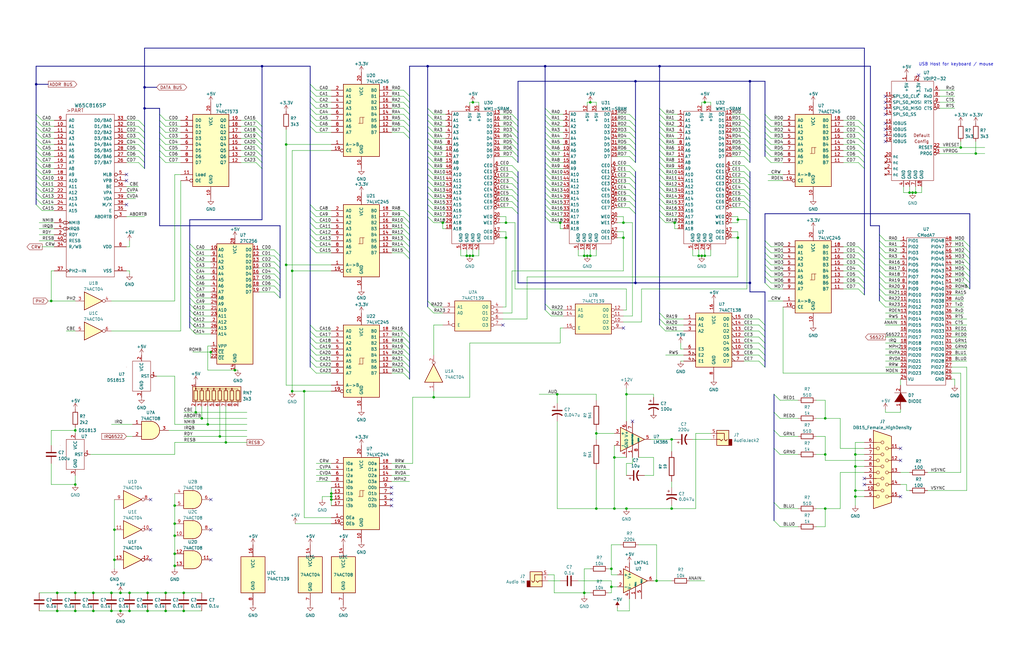
<source format=kicad_sch>
(kicad_sch (version 20211123) (generator eeschema)
  (paper "B")
  (title_block (title "65816 SBC") (rev "1") (company "Finitron"))
  (junction (at 73.66 213.36))
  (junction (at 267.97 119.38))
  (junction (at 360.68 209.55))
  (junction (at 257.81 247.65))
  (junction (at 69.85 257.81))
  (junction (at 99.06 156.21))
  (junction (at 257.81 240.03))
  (junction (at 411.48 64.77))
  (junction (at 199.39 43.18))
  (junction (at 85.09 176.53))
  (junction (at 347.98 176.53))
  (junction (at 46.99 257.81))
  (junction (at 316.23 34.29))
  (junction (at 259.08 193.04))
  (junction (at 347.98 214.63))
  (junction (at 21.59 127))
  (junction (at 262.89 93.98))
  (junction (at 48.26 236.22))
  (junction (at 360.68 191.77))
  (junction (at 347.98 191.77))
  (junction (at 236.22 93.98))
  (junction (at 267.97 34.29))
  (junction (at 229.87 27.94))
  (junction (at 251.46 182.88))
  (junction (at 73.66 226.06))
  (junction (at 246.38 107.95))
  (junction (at 54.61 250.19))
  (junction (at 247.65 107.95))
  (junction (at 87.63 179.07))
  (junction (at 77.47 250.19))
  (junction (at 295.91 107.95))
  (junction (at 60.96 45.72))
  (junction (at 50.8 250.19))
  (junction (at 39.37 250.19))
  (junction (at 139.7 208.28))
  (junction (at 24.13 257.81))
  (junction (at 264.16 214.63))
  (junction (at 248.92 43.18))
  (junction (at 54.61 257.81))
  (junction (at 139.7 209.55))
  (junction (at 213.36 93.98))
  (junction (at 92.71 184.15))
  (junction (at 405.13 62.23))
  (junction (at 24.13 250.19))
  (junction (at 39.37 257.81))
  (junction (at 283.21 214.63))
  (junction (at 82.55 173.99))
  (junction (at 234.95 166.37))
  (junction (at 120.65 60.96))
  (junction (at 311.15 92.71))
  (junction (at 248.92 107.95))
  (junction (at 196.85 107.95))
  (junction (at 31.75 181.61))
  (junction (at 264.16 166.37))
  (junction (at 31.75 250.19))
  (junction (at 139.7 210.82))
  (junction (at 60.96 36.83))
  (junction (at 31.75 204.47))
  (junction (at 316.23 119.38))
  (junction (at 88.9 148.59))
  (junction (at 294.64 107.95))
  (junction (at 278.13 27.94))
  (junction (at 73.66 233.68))
  (junction (at 297.18 107.95))
  (junction (at 386.08 81.28))
  (junction (at 31.75 257.81))
  (junction (at 251.46 214.63))
  (junction (at 360.68 196.85))
  (junction (at 120.65 111.76))
  (junction (at 246.38 250.19))
  (junction (at 198.12 107.95))
  (junction (at 297.18 43.18))
  (junction (at 123.19 165.1))
  (junction (at 182.88 167.64))
  (junction (at 360.68 207.01))
  (junction (at 186.69 93.98))
  (junction (at 48.26 223.52))
  (junction (at 46.99 250.19))
  (junction (at 15.24 35.56))
  (junction (at 73.66 220.98))
  (junction (at 50.8 257.81))
  (junction (at 180.34 27.94))
  (junction (at 384.81 81.28))
  (junction (at 311.15 100.33))
  (junction (at 62.23 250.19))
  (junction (at 62.23 257.81))
  (junction (at 73.66 238.76))
  (junction (at 213.36 100.33))
  (junction (at 95.25 186.69))
  (junction (at 283.21 185.42))
  (junction (at 259.08 214.63))
  (junction (at 69.85 250.19))
  (junction (at 383.54 81.28))
  (junction (at 128.27 165.1))
  (junction (at 199.39 107.95))
  (junction (at 262.89 100.33))
  (junction (at 123.19 114.3))
  (junction (at 77.47 257.81))
  (junction (at 284.48 93.98))
  (junction (at 110.49 27.94))
  (junction (at 276.86 245.11))
  (no_connect (at 373.38 52.07))
  (no_connect (at 379.73 194.31))
  (no_connect (at 63.5 236.22))
  (no_connect (at 63.5 210.82))
  (no_connect (at 63.5 223.52))
  (no_connect (at 53.34 76.2))
  (no_connect (at 88.9 236.22))
  (no_connect (at 88.9 210.82))
  (no_connect (at 88.9 223.52))
  (no_connect (at 387.35 31.75))
  (no_connect (at 266.7 177.8))
  (no_connect (at 165.1 213.36))
  (no_connect (at 165.1 210.82))
  (no_connect (at 165.1 208.28))
  (no_connect (at 165.1 205.74))
  (no_connect (at 262.89 138.43))
  (no_connect (at 212.09 137.16))
  (no_connect (at 373.38 54.61))
  (no_connect (at 379.73 189.23))
  (no_connect (at 373.38 45.72))
  (no_connect (at 373.38 59.69))
  (no_connect (at 364.49 204.47))
  (no_connect (at 373.38 43.18))
  (no_connect (at 53.34 73.66))
  (no_connect (at 364.49 201.93))
  (no_connect (at 373.38 57.15))
  (no_connect (at 379.73 209.55))
  (no_connect (at 373.38 48.26))
  (no_connect (at 53.34 86.36))
  (no_connect (at 373.38 40.64))
  (bus_entry (at 278.13 60.96) (size 2.54 2.54))
  (bus_entry (at 229.87 83.82) (size 2.54 2.54))
  (bus_entry (at 278.13 68.58) (size 2.54 2.54))
  (bus_entry (at 229.87 78.74) (size 2.54 2.54))
  (bus_entry (at 265.43 80.01) (size 2.54 2.54))
  (bus_entry (at 278.13 55.88) (size 2.54 2.54))
  (bus_entry (at 313.69 80.01) (size 2.54 2.54))
  (bus_entry (at 115.57 110.49) (size 2.54 2.54))
  (bus_entry (at 115.57 107.95) (size 2.54 2.54))
  (bus_entry (at 115.57 105.41) (size 2.54 2.54))
  (bus_entry (at 115.57 113.03) (size 2.54 2.54))
  (bus_entry (at 115.57 118.11) (size 2.54 2.54))
  (bus_entry (at 115.57 115.57) (size 2.54 2.54))
  (bus_entry (at 115.57 120.65) (size 2.54 2.54))
  (bus_entry (at 115.57 123.19) (size 2.54 2.54))
  (bus_entry (at 229.87 45.72) (size 2.54 2.54))
  (bus_entry (at 229.87 91.44) (size 2.54 2.54))
  (bus_entry (at 278.13 58.42) (size 2.54 2.54))
  (bus_entry (at 229.87 68.58) (size 2.54 2.54))
  (bus_entry (at 130.81 104.14) (size 2.54 2.54))
  (bus_entry (at 278.13 73.66) (size 2.54 2.54))
  (bus_entry (at 265.43 87.63) (size 2.54 2.54))
  (bus_entry (at 265.43 74.93) (size 2.54 2.54))
  (bus_entry (at 229.87 76.2) (size 2.54 2.54))
  (bus_entry (at 326.39 181.61) (size 2.54 2.54))
  (bus_entry (at 265.43 82.55) (size 2.54 2.54))
  (bus_entry (at 326.39 189.23) (size 2.54 2.54))
  (bus_entry (at 229.87 88.9) (size 2.54 2.54))
  (bus_entry (at 320.04 139.7) (size 2.54 2.54))
  (bus_entry (at 320.04 142.24) (size 2.54 2.54))
  (bus_entry (at 320.04 149.86) (size 2.54 2.54))
  (bus_entry (at 320.04 152.4) (size 2.54 2.54))
  (bus_entry (at 320.04 144.78) (size 2.54 2.54))
  (bus_entry (at 320.04 147.32) (size 2.54 2.54))
  (bus_entry (at 320.04 134.62) (size 2.54 2.54))
  (bus_entry (at 320.04 137.16) (size 2.54 2.54))
  (bus_entry (at 322.58 50.8) (size 2.54 2.54))
  (bus_entry (at 322.58 48.26) (size 2.54 2.54))
  (bus_entry (at 322.58 53.34) (size 2.54 2.54))
  (bus_entry (at 322.58 58.42) (size 2.54 2.54))
  (bus_entry (at 322.58 55.88) (size 2.54 2.54))
  (bus_entry (at 322.58 60.96) (size 2.54 2.54))
  (bus_entry (at 322.58 66.04) (size 2.54 2.54))
  (bus_entry (at 322.58 63.5) (size 2.54 2.54))
  (bus_entry (at 313.69 87.63) (size 2.54 2.54))
  (bus_entry (at 265.43 72.39) (size 2.54 2.54))
  (bus_entry (at 229.87 55.88) (size 2.54 2.54))
  (bus_entry (at 229.87 53.34) (size 2.54 2.54))
  (bus_entry (at 229.87 48.26) (size 2.54 2.54))
  (bus_entry (at 130.81 147.32) (size 2.54 2.54))
  (bus_entry (at 130.81 144.78) (size 2.54 2.54))
  (bus_entry (at 170.18 147.32) (size 2.54 2.54))
  (bus_entry (at 170.18 149.86) (size 2.54 2.54))
  (bus_entry (at 313.69 85.09) (size 2.54 2.54))
  (bus_entry (at 313.69 74.93) (size 2.54 2.54))
  (bus_entry (at 170.18 139.7) (size 2.54 2.54))
  (bus_entry (at 170.18 106.68) (size 2.54 2.54))
  (bus_entry (at 170.18 104.14) (size 2.54 2.54))
  (bus_entry (at 170.18 144.78) (size 2.54 2.54))
  (bus_entry (at 170.18 142.24) (size 2.54 2.54))
  (bus_entry (at 170.18 96.52) (size 2.54 2.54))
  (bus_entry (at 170.18 93.98) (size 2.54 2.54))
  (bus_entry (at 170.18 101.6) (size 2.54 2.54))
  (bus_entry (at 170.18 91.44) (size 2.54 2.54))
  (bus_entry (at 170.18 99.06) (size 2.54 2.54))
  (bus_entry (at 180.34 81.28) (size 2.54 2.54))
  (bus_entry (at 180.34 66.04) (size 2.54 2.54))
  (bus_entry (at 170.18 55.88) (size 2.54 2.54))
  (bus_entry (at 170.18 45.72) (size 2.54 2.54))
  (bus_entry (at 180.34 50.8) (size 2.54 2.54))
  (bus_entry (at 180.34 53.34) (size 2.54 2.54))
  (bus_entry (at 180.34 68.58) (size 2.54 2.54))
  (bus_entry (at 180.34 71.12) (size 2.54 2.54))
  (bus_entry (at 180.34 63.5) (size 2.54 2.54))
  (bus_entry (at 180.34 91.44) (size 2.54 2.54))
  (bus_entry (at 180.34 88.9) (size 2.54 2.54))
  (bus_entry (at 170.18 88.9) (size 2.54 2.54))
  (bus_entry (at 180.34 78.74) (size 2.54 2.54))
  (bus_entry (at 180.34 83.82) (size 2.54 2.54))
  (bus_entry (at 180.34 86.36) (size 2.54 2.54))
  (bus_entry (at 180.34 73.66) (size 2.54 2.54))
  (bus_entry (at 180.34 76.2) (size 2.54 2.54))
  (bus_entry (at 180.34 55.88) (size 2.54 2.54))
  (bus_entry (at 180.34 58.42) (size 2.54 2.54))
  (bus_entry (at 180.34 60.96) (size 2.54 2.54))
  (bus_entry (at 170.18 50.8) (size 2.54 2.54))
  (bus_entry (at 170.18 48.26) (size 2.54 2.54))
  (bus_entry (at 180.34 45.72) (size 2.54 2.54))
  (bus_entry (at 180.34 48.26) (size 2.54 2.54))
  (bus_entry (at 170.18 53.34) (size 2.54 2.54))
  (bus_entry (at 170.18 40.64) (size 2.54 2.54))
  (bus_entry (at 170.18 43.18) (size 2.54 2.54))
  (bus_entry (at 170.18 38.1) (size 2.54 2.54))
  (bus_entry (at 313.69 72.39) (size 2.54 2.54))
  (bus_entry (at 229.87 58.42) (size 2.54 2.54))
  (bus_entry (at 278.13 137.16) (size 2.54 2.54))
  (bus_entry (at 278.13 134.62) (size 2.54 2.54))
  (bus_entry (at 278.13 132.08) (size 2.54 2.54))
  (bus_entry (at 370.84 101.6) (size 2.54 2.54))
  (bus_entry (at 370.84 104.14) (size 2.54 2.54))
  (bus_entry (at 370.84 106.68) (size 2.54 2.54))
  (bus_entry (at 370.84 99.06) (size 2.54 2.54))
  (bus_entry (at 80.01 118.11) (size 2.54 2.54))
  (bus_entry (at 80.01 113.03) (size 2.54 2.54))
  (bus_entry (at 80.01 110.49) (size 2.54 2.54))
  (bus_entry (at 80.01 105.41) (size 2.54 2.54))
  (bus_entry (at 80.01 107.95) (size 2.54 2.54))
  (bus_entry (at 80.01 133.35) (size 2.54 2.54))
  (bus_entry (at 80.01 125.73) (size 2.54 2.54))
  (bus_entry (at 80.01 135.89) (size 2.54 2.54))
  (bus_entry (at 80.01 138.43) (size 2.54 2.54))
  (bus_entry (at 80.01 128.27) (size 2.54 2.54))
  (bus_entry (at 80.01 130.81) (size 2.54 2.54))
  (bus_entry (at 80.01 123.19) (size 2.54 2.54))
  (bus_entry (at 80.01 120.65) (size 2.54 2.54))
  (bus_entry (at 80.01 115.57) (size 2.54 2.54))
  (bus_entry (at 80.01 102.87) (size 2.54 2.54))
  (bus_entry (at 229.87 86.36) (size 2.54 2.54))
  (bus_entry (at 406.4 119.38) (size 2.54 2.54))
  (bus_entry (at 406.4 116.84) (size 2.54 2.54))
  (bus_entry (at 406.4 114.3) (size 2.54 2.54))
  (bus_entry (at 406.4 111.76) (size 2.54 2.54))
  (bus_entry (at 406.4 109.22) (size 2.54 2.54))
  (bus_entry (at 406.4 101.6) (size 2.54 2.54))
  (bus_entry (at 406.4 106.68) (size 2.54 2.54))
  (bus_entry (at 406.4 104.14) (size 2.54 2.54))
  (bus_entry (at 265.43 77.47) (size 2.54 2.54))
  (bus_entry (at 278.13 78.74) (size 2.54 2.54))
  (bus_entry (at 326.39 219.71) (size 2.54 2.54))
  (bus_entry (at 58.42 55.88) (size 2.54 2.54))
  (bus_entry (at 58.42 53.34) (size 2.54 2.54))
  (bus_entry (at 58.42 50.8) (size 2.54 2.54))
  (bus_entry (at 58.42 68.58) (size 2.54 2.54))
  (bus_entry (at 58.42 66.04) (size 2.54 2.54))
  (bus_entry (at 58.42 63.5) (size 2.54 2.54))
  (bus_entry (at 58.42 60.96) (size 2.54 2.54))
  (bus_entry (at 58.42 58.42) (size 2.54 2.54))
  (bus_entry (at 278.13 53.34) (size 2.54 2.54))
  (bus_entry (at 229.87 66.04) (size 2.54 2.54))
  (bus_entry (at 229.87 73.66) (size 2.54 2.54))
  (bus_entry (at 326.39 173.99) (size 2.54 2.54))
  (bus_entry (at 67.31 66.04) (size 2.54 2.54))
  (bus_entry (at 67.31 63.5) (size 2.54 2.54))
  (bus_entry (at 67.31 60.96) (size 2.54 2.54))
  (bus_entry (at 67.31 58.42) (size 2.54 2.54))
  (bus_entry (at 67.31 53.34) (size 2.54 2.54))
  (bus_entry (at 67.31 50.8) (size 2.54 2.54))
  (bus_entry (at 67.31 48.26) (size 2.54 2.54))
  (bus_entry (at 67.31 55.88) (size 2.54 2.54))
  (bus_entry (at 278.13 76.2) (size 2.54 2.54))
  (bus_entry (at 370.84 109.22) (size 2.54 2.54))
  (bus_entry (at 370.84 111.76) (size 2.54 2.54))
  (bus_entry (at 370.84 114.3) (size 2.54 2.54))
  (bus_entry (at 370.84 116.84) (size 2.54 2.54))
  (bus_entry (at 370.84 121.92) (size 2.54 2.54))
  (bus_entry (at 370.84 119.38) (size 2.54 2.54))
  (bus_entry (at 370.84 124.46) (size 2.54 2.54))
  (bus_entry (at 370.84 127) (size 2.54 2.54))
  (bus_entry (at 229.87 128.27) (size 2.54 2.54))
  (bus_entry (at 278.13 45.72) (size 2.54 2.54))
  (bus_entry (at 313.69 82.55) (size 2.54 2.54))
  (bus_entry (at 361.95 116.84) (size 2.54 2.54))
  (bus_entry (at 361.95 121.92) (size 2.54 2.54))
  (bus_entry (at 361.95 119.38) (size 2.54 2.54))
  (bus_entry (at 361.95 111.76) (size 2.54 2.54))
  (bus_entry (at 361.95 106.68) (size 2.54 2.54))
  (bus_entry (at 361.95 104.14) (size 2.54 2.54))
  (bus_entry (at 361.95 109.22) (size 2.54 2.54))
  (bus_entry (at 361.95 114.3) (size 2.54 2.54))
  (bus_entry (at 229.87 63.5) (size 2.54 2.54))
  (bus_entry (at 278.13 66.04) (size 2.54 2.54))
  (bus_entry (at 265.43 85.09) (size 2.54 2.54))
  (bus_entry (at 180.34 127) (size 2.54 2.54))
  (bus_entry (at 326.39 166.37) (size 2.54 2.54))
  (bus_entry (at 278.13 63.5) (size 2.54 2.54))
  (bus_entry (at 130.81 137.16) (size 2.54 2.54))
  (bus_entry (at 130.81 139.7) (size 2.54 2.54))
  (bus_entry (at 130.81 142.24) (size 2.54 2.54))
  (bus_entry (at 130.81 96.52) (size 2.54 2.54))
  (bus_entry (at 130.81 101.6) (size 2.54 2.54))
  (bus_entry (at 130.81 99.06) (size 2.54 2.54))
  (bus_entry (at 130.81 91.44) (size 2.54 2.54))
  (bus_entry (at 130.81 93.98) (size 2.54 2.54))
  (bus_entry (at 130.81 45.72) (size 2.54 2.54))
  (bus_entry (at 130.81 38.1) (size 2.54 2.54))
  (bus_entry (at 130.81 35.56) (size 2.54 2.54))
  (bus_entry (at 130.81 40.64) (size 2.54 2.54))
  (bus_entry (at 130.81 43.18) (size 2.54 2.54))
  (bus_entry (at 130.81 50.8) (size 2.54 2.54))
  (bus_entry (at 130.81 53.34) (size 2.54 2.54))
  (bus_entry (at 130.81 48.26) (size 2.54 2.54))
  (bus_entry (at 130.81 88.9) (size 2.54 2.54))
  (bus_entry (at 130.81 86.36) (size 2.54 2.54))
  (bus_entry (at 278.13 86.36) (size 2.54 2.54))
  (bus_entry (at 229.87 50.8) (size 2.54 2.54))
  (bus_entry (at 278.13 50.8) (size 2.54 2.54))
  (bus_entry (at 170.18 152.4) (size 2.54 2.54))
  (bus_entry (at 215.9 74.93) (size 2.54 2.54))
  (bus_entry (at 215.9 72.39) (size 2.54 2.54))
  (bus_entry (at 215.9 69.85) (size 2.54 2.54))
  (bus_entry (at 215.9 80.01) (size 2.54 2.54))
  (bus_entry (at 215.9 82.55) (size 2.54 2.54))
  (bus_entry (at 215.9 85.09) (size 2.54 2.54))
  (bus_entry (at 215.9 87.63) (size 2.54 2.54))
  (bus_entry (at 215.9 77.47) (size 2.54 2.54))
  (bus_entry (at 278.13 83.82) (size 2.54 2.54))
  (bus_entry (at 278.13 88.9) (size 2.54 2.54))
  (bus_entry (at 322.58 109.22) (size 2.54 2.54))
  (bus_entry (at 322.58 106.68) (size 2.54 2.54))
  (bus_entry (at 322.58 101.6) (size 2.54 2.54))
  (bus_entry (at 322.58 104.14) (size 2.54 2.54))
  (bus_entry (at 322.58 114.3) (size 2.54 2.54))
  (bus_entry (at 322.58 111.76) (size 2.54 2.54))
  (bus_entry (at 322.58 116.84) (size 2.54 2.54))
  (bus_entry (at 322.58 119.38) (size 2.54 2.54))
  (bus_entry (at 278.13 81.28) (size 2.54 2.54))
  (bus_entry (at 361.95 60.96) (size 2.54 2.54))
  (bus_entry (at 361.95 68.58) (size 2.54 2.54))
  (bus_entry (at 361.95 66.04) (size 2.54 2.54))
  (bus_entry (at 361.95 63.5) (size 2.54 2.54))
  (bus_entry (at 361.95 58.42) (size 2.54 2.54))
  (bus_entry (at 361.95 55.88) (size 2.54 2.54))
  (bus_entry (at 361.95 53.34) (size 2.54 2.54))
  (bus_entry (at 361.95 50.8) (size 2.54 2.54))
  (bus_entry (at 229.87 71.12) (size 2.54 2.54))
  (bus_entry (at 265.43 69.85) (size 2.54 2.54))
  (bus_entry (at 278.13 91.44) (size 2.54 2.54))
  (bus_entry (at 313.69 69.85) (size 2.54 2.54))
  (bus_entry (at 326.39 212.09) (size 2.54 2.54))
  (bus_entry (at 15.24 50.8) (size 2.54 2.54))
  (bus_entry (at 15.24 48.26) (size 2.54 2.54))
  (bus_entry (at 15.24 66.04) (size 2.54 2.54))
  (bus_entry (at 15.24 63.5) (size 2.54 2.54))
  (bus_entry (at 15.24 55.88) (size 2.54 2.54))
  (bus_entry (at 15.24 53.34) (size 2.54 2.54))
  (bus_entry (at 15.24 60.96) (size 2.54 2.54))
  (bus_entry (at 15.24 58.42) (size 2.54 2.54))
  (bus_entry (at 15.24 76.2) (size 2.54 2.54))
  (bus_entry (at 15.24 73.66) (size 2.54 2.54))
  (bus_entry (at 15.24 86.36) (size 2.54 2.54))
  (bus_entry (at 15.24 83.82) (size 2.54 2.54))
  (bus_entry (at 15.24 71.12) (size 2.54 2.54))
  (bus_entry (at 15.24 68.58) (size 2.54 2.54))
  (bus_entry (at 15.24 81.28) (size 2.54 2.54))
  (bus_entry (at 15.24 78.74) (size 2.54 2.54))
  (bus_entry (at 107.95 58.42) (size 2.54 2.54))
  (bus_entry (at 107.95 68.58) (size 2.54 2.54))
  (bus_entry (at 107.95 66.04) (size 2.54 2.54))
  (bus_entry (at 107.95 63.5) (size 2.54 2.54))
  (bus_entry (at 107.95 55.88) (size 2.54 2.54))
  (bus_entry (at 107.95 53.34) (size 2.54 2.54))
  (bus_entry (at 107.95 50.8) (size 2.54 2.54))
  (bus_entry (at 107.95 60.96) (size 2.54 2.54))
  (bus_entry (at 130.81 154.94) (size 2.54 2.54))
  (bus_entry (at 130.81 152.4) (size 2.54 2.54))
  (bus_entry (at 130.81 149.86) (size 2.54 2.54))
  (bus_entry (at 229.87 130.81) (size 2.54 2.54))
  (bus_entry (at 180.34 129.54) (size 2.54 2.54))
  (bus_entry (at 229.87 60.96) (size 2.54 2.54))
  (bus_entry (at 229.87 81.28) (size 2.54 2.54))
  (bus_entry (at 313.69 77.47) (size 2.54 2.54))
  (bus_entry (at 278.13 71.12) (size 2.54 2.54))
  (bus_entry (at 215.9 53.34) (size 2.54 2.54))
  (bus_entry (at 215.9 48.26) (size 2.54 2.54))
  (bus_entry (at 215.9 50.8) (size 2.54 2.54))
  (bus_entry (at 215.9 55.88) (size 2.54 2.54))
  (bus_entry (at 215.9 60.96) (size 2.54 2.54))
  (bus_entry (at 215.9 66.04) (size 2.54 2.54))
  (bus_entry (at 215.9 63.5) (size 2.54 2.54))
  (bus_entry (at 215.9 58.42) (size 2.54 2.54))
  (bus_entry (at 265.43 63.5) (size 2.54 2.54))
  (bus_entry (at 265.43 58.42) (size 2.54 2.54))
  (bus_entry (at 265.43 55.88) (size 2.54 2.54))
  (bus_entry (at 265.43 60.96) (size 2.54 2.54))
  (bus_entry (at 265.43 53.34) (size 2.54 2.54))
  (bus_entry (at 265.43 66.04) (size 2.54 2.54))
  (bus_entry (at 265.43 50.8) (size 2.54 2.54))
  (bus_entry (at 265.43 48.26) (size 2.54 2.54))
  (bus_entry (at 313.69 66.04) (size 2.54 2.54))
  (bus_entry (at 313.69 63.5) (size 2.54 2.54))
  (bus_entry (at 313.69 60.96) (size 2.54 2.54))
  (bus_entry (at 313.69 58.42) (size 2.54 2.54))
  (bus_entry (at 313.69 55.88) (size 2.54 2.54))
  (bus_entry (at 313.69 53.34) (size 2.54 2.54))
  (bus_entry (at 313.69 50.8) (size 2.54 2.54))
  (bus_entry (at 313.69 48.26) (size 2.54 2.54))
  (bus_entry (at 170.18 154.94) (size 2.54 2.54))
  (bus_entry (at 170.18 157.48) (size 2.54 2.54))
  (bus_entry (at 278.13 48.26) (size 2.54 2.54))
  (wire (pts (xy 53.34 55.88) (xy 58.42 55.88)))
  (wire (pts (xy 210.82 77.47) (xy 215.9 77.47)))
  (wire (pts (xy 120.65 60.96) (xy 139.7 60.96)))
  (bus (pts (xy 229.87 27.94) (xy 229.87 45.72)))
  (bus (pts (xy 60.96 66.04) (xy 60.96 63.5)))
  (wire (pts (xy 170.18 38.1) (xy 165.1 38.1)))
  (bus (pts (xy 408.94 114.3) (xy 408.94 111.76)))
  (wire (pts (xy 101.6 53.34) (xy 107.95 53.34)))
  (wire (pts (xy 285.75 78.74) (xy 280.67 78.74)))
  (wire (pts (xy 360.68 191.77) (xy 360.68 196.85)))
  (wire (pts (xy 170.18 149.86) (xy 165.1 149.86)))
  (wire (pts (xy 182.88 137.16) (xy 182.88 149.86)))
  (wire (pts (xy 22.86 60.96) (xy 17.78 60.96)))
  (wire (pts (xy 73.66 213.36) (xy 73.66 220.98)))
  (bus (pts (xy 229.87 88.9) (xy 229.87 91.44)))
  (wire (pts (xy 379.73 137.16) (xy 373.38 137.16)))
  (bus (pts (xy 364.49 111.76) (xy 364.49 109.22)))
  (wire (pts (xy 401.32 104.14) (xy 406.4 104.14)))
  (bus (pts (xy 130.81 35.56) (xy 130.81 27.94)))
  (wire (pts (xy 170.18 139.7) (xy 165.1 139.7)))
  (wire (pts (xy 262.89 100.33) (xy 260.35 100.33)))
  (bus (pts (xy 130.81 91.44) (xy 130.81 88.9)))
  (bus (pts (xy 367.03 95.25) (xy 367.03 27.94)))
  (wire (pts (xy 165.1 152.4) (xy 170.18 152.4)))
  (wire (pts (xy 88.9 120.65) (xy 82.55 120.65)))
  (wire (pts (xy 21.59 204.47) (xy 31.75 204.47)))
  (bus (pts (xy 278.13 86.36) (xy 278.13 88.9)))
  (wire (pts (xy 101.6 58.42) (xy 107.95 58.42)))
  (wire (pts (xy 165.1 195.58) (xy 173.99 195.58)))
  (wire (pts (xy 313.69 137.16) (xy 320.04 137.16)))
  (wire (pts (xy 88.9 135.89) (xy 82.55 135.89)))
  (bus (pts (xy 218.44 66.04) (xy 218.44 68.58)))
  (wire (pts (xy 355.6 114.3) (xy 361.95 114.3)))
  (wire (pts (xy 53.34 104.14) (xy 54.61 104.14)))
  (wire (pts (xy 330.2 121.92) (xy 325.12 121.92)))
  (bus (pts (xy 316.23 87.63) (xy 316.23 90.17)))
  (bus (pts (xy 172.72 48.26) (xy 172.72 45.72)))
  (bus (pts (xy 278.13 73.66) (xy 278.13 76.2)))
  (wire (pts (xy 234.95 214.63) (xy 251.46 214.63)))
  (bus (pts (xy 130.81 53.34) (xy 130.81 50.8)))
  (bus (pts (xy 80.01 107.95) (xy 80.01 105.41)))
  (bus (pts (xy 322.58 104.14) (xy 322.58 101.6)))
  (wire (pts (xy 139.7 220.98) (xy 124.46 220.98)))
  (wire (pts (xy 379.73 124.46) (xy 373.38 124.46)))
  (bus (pts (xy 316.23 50.8) (xy 316.23 34.29)))
  (wire (pts (xy 199.39 105.41) (xy 199.39 107.95)))
  (bus (pts (xy 408.94 90.17) (xy 408.94 104.14)))
  (wire (pts (xy 405.13 62.23) (xy 405.13 59.69)))
  (wire (pts (xy 344.17 191.77) (xy 347.98 191.77)))
  (bus (pts (xy 60.96 71.12) (xy 60.96 68.58)))
  (wire (pts (xy 187.96 66.04) (xy 182.88 66.04)))
  (wire (pts (xy 170.18 53.34) (xy 165.1 53.34)))
  (bus (pts (xy 364.49 109.22) (xy 364.49 106.68)))
  (wire (pts (xy 379.73 121.92) (xy 373.38 121.92)))
  (wire (pts (xy 396.24 43.18) (xy 402.59 43.18)))
  (bus (pts (xy 130.81 50.8) (xy 130.81 48.26)))
  (bus (pts (xy 172.72 109.22) (xy 172.72 106.68)))
  (wire (pts (xy 88.9 146.05) (xy 87.63 146.05)))
  (bus (pts (xy 316.23 34.29) (xy 267.97 34.29)))
  (wire (pts (xy 401.32 147.32) (xy 407.67 147.32)))
  (wire (pts (xy 48.26 223.52) (xy 48.26 210.82)))
  (wire (pts (xy 354.33 199.39) (xy 354.33 214.63)))
  (bus (pts (xy 60.96 58.42) (xy 60.96 55.88)))
  (wire (pts (xy 54.61 104.14) (xy 54.61 101.6)))
  (bus (pts (xy 267.97 90.17) (xy 267.97 119.38)))
  (wire (pts (xy 54.61 114.3) (xy 54.61 115.57)))
  (bus (pts (xy 278.13 76.2) (xy 278.13 78.74)))
  (wire (pts (xy 311.15 93.98) (xy 308.61 93.98)))
  (wire (pts (xy 22.86 93.98) (xy 16.51 93.98)))
  (bus (pts (xy 278.13 78.74) (xy 278.13 81.28)))
  (wire (pts (xy 66.04 158.75) (xy 73.66 158.75)))
  (wire (pts (xy 405.13 157.48) (xy 401.32 157.48)))
  (wire (pts (xy 330.2 76.2) (xy 323.85 76.2)))
  (bus (pts (xy 370.84 104.14) (xy 370.84 101.6)))
  (wire (pts (xy 379.73 162.56) (xy 379.73 160.02)))
  (bus (pts (xy 130.81 45.72) (xy 130.81 43.18)))
  (bus (pts (xy 67.31 45.72) (xy 60.96 45.72)))
  (wire (pts (xy 236.22 93.98) (xy 232.41 93.98)))
  (bus (pts (xy 80.01 123.19) (xy 80.01 120.65)))
  (wire (pts (xy 260.35 74.93) (xy 265.43 74.93)))
  (wire (pts (xy 120.65 162.56) (xy 139.7 162.56)))
  (wire (pts (xy 237.49 48.26) (xy 232.41 48.26)))
  (wire (pts (xy 22.86 96.52) (xy 16.51 96.52)))
  (wire (pts (xy 62.23 257.81) (xy 69.85 257.81)))
  (wire (pts (xy 355.6 109.22) (xy 361.95 109.22)))
  (wire (pts (xy 22.86 81.28) (xy 17.78 81.28)))
  (wire (pts (xy 210.82 58.42) (xy 215.9 58.42)))
  (bus (pts (xy 322.58 144.78) (xy 322.58 142.24)))
  (wire (pts (xy 247.65 107.95) (xy 248.92 107.95)))
  (bus (pts (xy 229.87 63.5) (xy 229.87 66.04)))
  (wire (pts (xy 187.96 68.58) (xy 182.88 68.58)))
  (bus (pts (xy 67.31 58.42) (xy 67.31 55.88)))
  (wire (pts (xy 22.86 86.36) (xy 17.78 86.36)))
  (wire (pts (xy 88.9 107.95) (xy 82.55 107.95)))
  (bus (pts (xy 229.87 76.2) (xy 229.87 78.74)))
  (bus (pts (xy 80.01 105.41) (xy 80.01 102.87)))
  (bus (pts (xy 67.31 55.88) (xy 67.31 53.34)))
  (bus (pts (xy 130.81 99.06) (xy 130.81 96.52)))
  (wire (pts (xy 402.59 160.02) (xy 402.59 162.56)))
  (bus (pts (xy 278.13 27.94) (xy 278.13 45.72)))
  (bus (pts (xy 316.23 74.93) (xy 316.23 77.47)))
  (wire (pts (xy 270.51 121.92) (xy 314.96 121.92)))
  (wire (pts (xy 87.63 171.45) (xy 87.63 179.07)))
  (wire (pts (xy 87.63 146.05) (xy 87.63 156.21)))
  (wire (pts (xy 210.82 80.01) (xy 215.9 80.01)))
  (wire (pts (xy 187.96 58.42) (xy 182.88 58.42)))
  (bus (pts (xy 267.97 50.8) (xy 267.97 34.29)))
  (bus (pts (xy 180.34 91.44) (xy 180.34 127)))
  (wire (pts (xy 285.75 83.82) (xy 280.67 83.82)))
  (wire (pts (xy 355.6 60.96) (xy 361.95 60.96)))
  (wire (pts (xy 260.35 72.39) (xy 265.43 72.39)))
  (wire (pts (xy 275.59 166.37) (xy 264.16 166.37)))
  (bus (pts (xy 15.24 76.2) (xy 15.24 78.74)))
  (bus (pts (xy 218.44 53.34) (xy 218.44 55.88)))
  (wire (pts (xy 313.69 144.78) (xy 320.04 144.78)))
  (bus (pts (xy 218.44 58.42) (xy 218.44 60.96)))
  (wire (pts (xy 22.86 73.66) (xy 17.78 73.66)))
  (wire (pts (xy 308.61 60.96) (xy 313.69 60.96)))
  (bus (pts (xy 364.49 119.38) (xy 364.49 116.84)))
  (bus (pts (xy 15.24 58.42) (xy 15.24 60.96)))
  (bus (pts (xy 322.58 149.86) (xy 322.58 147.32)))
  (wire (pts (xy 123.19 63.5) (xy 123.19 114.3)))
  (wire (pts (xy 139.7 99.06) (xy 133.35 99.06)))
  (wire (pts (xy 355.6 66.04) (xy 361.95 66.04)))
  (wire (pts (xy 22.86 55.88) (xy 17.78 55.88)))
  (wire (pts (xy 243.84 105.41) (xy 243.84 107.95)))
  (wire (pts (xy 53.34 53.34) (xy 58.42 53.34)))
  (wire (pts (xy 170.18 91.44) (xy 165.1 91.44)))
  (wire (pts (xy 344.17 214.63) (xy 347.98 214.63)))
  (bus (pts (xy 316.23 80.01) (xy 316.23 82.55)))
  (wire (pts (xy 237.49 63.5) (xy 232.41 63.5)))
  (wire (pts (xy 266.7 193.04) (xy 266.7 195.58)))
  (bus (pts (xy 218.44 80.01) (xy 218.44 82.55)))
  (bus (pts (xy 322.58 119.38) (xy 322.58 116.84)))
  (wire (pts (xy 101.6 68.58) (xy 107.95 68.58)))
  (wire (pts (xy 139.7 139.7) (xy 133.35 139.7)))
  (wire (pts (xy 299.72 107.95) (xy 299.72 105.41)))
  (wire (pts (xy 260.35 80.01) (xy 265.43 80.01)))
  (wire (pts (xy 69.85 250.19) (xy 77.47 250.19)))
  (bus (pts (xy 15.24 63.5) (xy 15.24 66.04)))
  (bus (pts (xy 229.87 53.34) (xy 229.87 55.88)))
  (bus (pts (xy 80.01 110.49) (xy 80.01 107.95)))
  (wire (pts (xy 260.35 63.5) (xy 265.43 63.5)))
  (wire (pts (xy 199.39 43.18) (xy 201.93 43.18)))
  (wire (pts (xy 364.49 207.01) (xy 360.68 207.01)))
  (wire (pts (xy 248.92 43.18) (xy 251.46 43.18)))
  (bus (pts (xy 370.84 101.6) (xy 370.84 99.06)))
  (bus (pts (xy 67.31 63.5) (xy 67.31 60.96)))
  (bus (pts (xy 130.81 86.36) (xy 130.81 53.34)))
  (wire (pts (xy 401.32 114.3) (xy 406.4 114.3)))
  (wire (pts (xy 262.89 93.98) (xy 262.89 91.44)))
  (wire (pts (xy 139.7 203.2) (xy 133.35 203.2)))
  (wire (pts (xy 401.32 142.24) (xy 407.67 142.24)))
  (wire (pts (xy 76.2 60.96) (xy 69.85 60.96)))
  (bus (pts (xy 172.72 43.18) (xy 172.72 40.64)))
  (wire (pts (xy 187.96 50.8) (xy 182.88 50.8)))
  (wire (pts (xy 308.61 58.42) (xy 313.69 58.42)))
  (wire (pts (xy 257.81 242.57) (xy 260.35 242.57)))
  (bus (pts (xy 67.31 95.25) (xy 118.11 95.25)))
  (wire (pts (xy 396.24 40.64) (xy 402.59 40.64)))
  (wire (pts (xy 115.57 120.65) (xy 109.22 120.65)))
  (bus (pts (xy 229.87 50.8) (xy 229.87 53.34)))
  (bus (pts (xy 364.49 60.96) (xy 364.49 58.42)))
  (bus (pts (xy 20.32 35.56) (xy 15.24 35.56)))
  (wire (pts (xy 344.17 222.25) (xy 347.98 222.25)))
  (bus (pts (xy 364.49 66.04) (xy 364.49 63.5)))
  (bus (pts (xy 130.81 93.98) (xy 130.81 91.44)))
  (bus (pts (xy 229.87 78.74) (xy 229.87 81.28)))
  (wire (pts (xy 85.09 176.53) (xy 104.14 176.53)))
  (wire (pts (xy 285.75 96.52) (xy 284.48 96.52)))
  (bus (pts (xy 326.39 189.23) (xy 326.39 181.61)))
  (bus (pts (xy 15.24 83.82) (xy 15.24 86.36)))
  (wire (pts (xy 285.75 48.26) (xy 280.67 48.26)))
  (wire (pts (xy 354.33 176.53) (xy 354.33 189.23)))
  (bus (pts (xy 364.49 71.12) (xy 364.49 68.58)))
  (wire (pts (xy 330.2 111.76) (xy 325.12 111.76)))
  (wire (pts (xy 210.82 53.34) (xy 215.9 53.34)))
  (wire (pts (xy 24.13 257.81) (xy 31.75 257.81)))
  (wire (pts (xy 379.73 114.3) (xy 373.38 114.3)))
  (bus (pts (xy 80.01 115.57) (xy 80.01 113.03)))
  (wire (pts (xy 297.18 105.41) (xy 297.18 107.95)))
  (bus (pts (xy 15.24 73.66) (xy 15.24 76.2)))
  (wire (pts (xy 217.17 121.92) (xy 217.17 93.98)))
  (wire (pts (xy 88.9 148.59) (xy 81.28 148.59)))
  (wire (pts (xy 210.82 55.88) (xy 215.9 55.88)))
  (wire (pts (xy 53.34 114.3) (xy 54.61 114.3)))
  (wire (pts (xy 396.24 64.77) (xy 411.48 64.77)))
  (wire (pts (xy 379.73 154.94) (xy 373.38 154.94)))
  (wire (pts (xy 354.33 189.23) (xy 364.49 189.23)))
  (wire (pts (xy 76.2 63.5) (xy 69.85 63.5)))
  (wire (pts (xy 101.6 66.04) (xy 107.95 66.04)))
  (wire (pts (xy 237.49 68.58) (xy 232.41 68.58)))
  (bus (pts (xy 322.58 55.88) (xy 322.58 53.34)))
  (wire (pts (xy 101.6 55.88) (xy 107.95 55.88)))
  (wire (pts (xy 199.39 107.95) (xy 201.93 107.95)))
  (wire (pts (xy 139.7 147.32) (xy 133.35 147.32)))
  (wire (pts (xy 260.35 48.26) (xy 265.43 48.26)))
  (wire (pts (xy 251.46 182.88) (xy 251.46 185.42)))
  (bus (pts (xy 118.11 123.19) (xy 118.11 120.65)))
  (wire (pts (xy 344.17 168.91) (xy 347.98 168.91)))
  (wire (pts (xy 401.32 124.46) (xy 406.4 124.46)))
  (bus (pts (xy 80.01 128.27) (xy 80.01 125.73)))
  (wire (pts (xy 237.49 66.04) (xy 232.41 66.04)))
  (wire (pts (xy 379.73 119.38) (xy 373.38 119.38)))
  (wire (pts (xy 308.61 80.01) (xy 313.69 80.01)))
  (wire (pts (xy 308.61 77.47) (xy 313.69 77.47)))
  (wire (pts (xy 76.2 53.34) (xy 69.85 53.34)))
  (bus (pts (xy 130.81 96.52) (xy 130.81 93.98)))
  (wire (pts (xy 259.08 193.04) (xy 259.08 187.96)))
  (bus (pts (xy 316.23 58.42) (xy 316.23 55.88)))
  (wire (pts (xy 139.7 96.52) (xy 133.35 96.52)))
  (wire (pts (xy 88.9 118.11) (xy 82.55 118.11)))
  (wire (pts (xy 120.65 54.61) (xy 120.65 60.96)))
  (wire (pts (xy 266.7 133.35) (xy 266.7 93.98)))
  (bus (pts (xy 322.58 66.04) (xy 322.58 63.5)))
  (bus (pts (xy 322.58 139.7) (xy 322.58 137.16)))
  (wire (pts (xy 139.7 213.36) (xy 139.7 210.82)))
  (wire (pts (xy 210.82 50.8) (xy 215.9 50.8)))
  (wire (pts (xy 401.32 144.78) (xy 407.67 144.78)))
  (bus (pts (xy 180.34 53.34) (xy 180.34 55.88)))
  (bus (pts (xy 15.24 27.94) (xy 110.49 27.94)))
  (wire (pts (xy 336.55 222.25) (xy 328.93 222.25)))
  (wire (pts (xy 313.69 134.62) (xy 320.04 134.62)))
  (wire (pts (xy 270.51 135.89) (xy 270.51 121.92)))
  (bus (pts (xy 322.58 90.17) (xy 322.58 101.6)))
  (wire (pts (xy 210.82 97.79) (xy 213.36 97.79)))
  (bus (pts (xy 229.87 45.72) (xy 229.87 48.26)))
  (wire (pts (xy 46.99 257.81) (xy 50.8 257.81)))
  (bus (pts (xy 130.81 48.26) (xy 130.81 45.72)))
  (wire (pts (xy 24.13 250.19) (xy 31.75 250.19)))
  (wire (pts (xy 237.49 96.52) (xy 236.22 96.52)))
  (wire (pts (xy 285.75 81.28) (xy 280.67 81.28)))
  (wire (pts (xy 139.7 104.14) (xy 133.35 104.14)))
  (wire (pts (xy 355.6 121.92) (xy 361.95 121.92)))
  (wire (pts (xy 173.99 195.58) (xy 173.99 167.64)))
  (bus (pts (xy 130.81 139.7) (xy 130.81 137.16)))
  (bus (pts (xy 229.87 48.26) (xy 229.87 50.8)))
  (wire (pts (xy 248.92 105.41) (xy 248.92 107.95)))
  (wire (pts (xy 213.36 100.33) (xy 213.36 129.54)))
  (wire (pts (xy 288.29 152.4) (xy 287.02 152.4)))
  (wire (pts (xy 92.71 184.15) (xy 104.14 184.15)))
  (wire (pts (xy 120.65 111.76) (xy 120.65 60.96)))
  (wire (pts (xy 247.65 44.45) (xy 247.65 43.18)))
  (wire (pts (xy 285.75 93.98) (xy 284.48 93.98)))
  (wire (pts (xy 293.37 182.88) (xy 299.72 182.88)))
  (wire (pts (xy 401.32 137.16) (xy 407.67 137.16)))
  (wire (pts (xy 313.69 152.4) (xy 320.04 152.4)))
  (bus (pts (xy 278.13 68.58) (xy 278.13 71.12)))
  (wire (pts (xy 330.2 68.58) (xy 325.12 68.58)))
  (wire (pts (xy 288.29 134.62) (xy 280.67 134.62)))
  (wire (pts (xy 401.32 139.7) (xy 407.67 139.7)))
  (bus (pts (xy 67.31 50.8) (xy 67.31 48.26)))
  (wire (pts (xy 285.75 73.66) (xy 280.67 73.66)))
  (wire (pts (xy 330.2 109.22) (xy 325.12 109.22)))
  (wire (pts (xy 71.12 181.61) (xy 104.14 181.61)))
  (bus (pts (xy 322.58 109.22) (xy 322.58 106.68)))
  (wire (pts (xy 198.12 107.95) (xy 199.39 107.95)))
  (bus (pts (xy 316.23 68.58) (xy 316.23 66.04)))
  (wire (pts (xy 260.35 77.47) (xy 265.43 77.47)))
  (bus (pts (xy 110.49 60.96) (xy 110.49 58.42)))
  (bus (pts (xy 118.11 120.65) (xy 118.11 118.11)))
  (wire (pts (xy 186.69 129.54) (xy 182.88 129.54)))
  (wire (pts (xy 187.96 96.52) (xy 186.69 96.52)))
  (bus (pts (xy 130.81 144.78) (xy 130.81 142.24)))
  (bus (pts (xy 172.72 96.52) (xy 172.72 93.98)))
  (bus (pts (xy 267.97 119.38) (xy 316.23 119.38)))
  (wire (pts (xy 212.09 132.08) (xy 215.9 132.08)))
  (bus (pts (xy 278.13 27.94) (xy 367.03 27.94)))
  (wire (pts (xy 227.33 166.37) (xy 234.95 166.37)))
  (wire (pts (xy 256.54 240.03) (xy 257.81 240.03)))
  (wire (pts (xy 257.81 229.87) (xy 261.62 229.87)))
  (bus (pts (xy 229.87 86.36) (xy 229.87 88.9)))
  (bus (pts (xy 172.72 101.6) (xy 172.72 99.06)))
  (wire (pts (xy 222.25 116.84) (xy 311.15 116.84)))
  (wire (pts (xy 260.35 97.79) (xy 262.89 97.79)))
  (wire (pts (xy 53.34 63.5) (xy 58.42 63.5)))
  (wire (pts (xy 330.2 127) (xy 323.85 127)))
  (wire (pts (xy 288.29 139.7) (xy 280.67 139.7)))
  (bus (pts (xy 15.24 55.88) (xy 15.24 58.42)))
  (wire (pts (xy 187.96 83.82) (xy 182.88 83.82)))
  (wire (pts (xy 88.9 140.97) (xy 82.55 140.97)))
  (bus (pts (xy 172.72 149.86) (xy 172.72 147.32)))
  (wire (pts (xy 330.2 66.04) (xy 325.12 66.04)))
  (wire (pts (xy 248.92 250.19) (xy 246.38 250.19)))
  (wire (pts (xy 139.7 149.86) (xy 133.35 149.86)))
  (wire (pts (xy 283.21 203.2) (xy 283.21 205.74)))
  (wire (pts (xy 187.96 48.26) (xy 182.88 48.26)))
  (wire (pts (xy 360.68 186.69) (xy 360.68 191.77)))
  (wire (pts (xy 237.49 53.34) (xy 232.41 53.34)))
  (bus (pts (xy 370.84 106.68) (xy 370.84 104.14)))
  (wire (pts (xy 401.32 101.6) (xy 406.4 101.6)))
  (wire (pts (xy 139.7 93.98) (xy 133.35 93.98)))
  (bus (pts (xy 130.81 142.24) (xy 130.81 139.7)))
  (bus (pts (xy 218.44 55.88) (xy 218.44 58.42)))
  (wire (pts (xy 355.6 104.14) (xy 361.95 104.14)))
  (bus (pts (xy 118.11 115.57) (xy 118.11 113.03)))
  (wire (pts (xy 139.7 55.88) (xy 133.35 55.88)))
  (bus (pts (xy 118.11 95.25) (xy 118.11 107.95)))
  (wire (pts (xy 88.9 105.41) (xy 82.55 105.41)))
  (wire (pts (xy 265.43 252.73) (xy 265.43 257.81)))
  (wire (pts (xy 237.49 78.74) (xy 232.41 78.74)))
  (bus (pts (xy 130.81 38.1) (xy 130.81 35.56)))
  (wire (pts (xy 292.1 185.42) (xy 299.72 185.42)))
  (bus (pts (xy 60.96 55.88) (xy 60.96 53.34)))
  (bus (pts (xy 15.24 81.28) (xy 15.24 83.82)))
  (bus (pts (xy 229.87 55.88) (xy 229.87 58.42)))
  (wire (pts (xy 262.89 100.33) (xy 262.89 114.3)))
  (wire (pts (xy 128.27 218.44) (xy 128.27 165.1)))
  (wire (pts (xy 22.86 66.04) (xy 17.78 66.04)))
  (bus (pts (xy 267.97 58.42) (xy 267.97 55.88)))
  (wire (pts (xy 396.24 45.72) (xy 402.59 45.72)))
  (wire (pts (xy 53.34 91.44) (xy 60.96 91.44)))
  (wire (pts (xy 139.7 144.78) (xy 133.35 144.78)))
  (bus (pts (xy 180.34 27.94) (xy 180.34 45.72)))
  (wire (pts (xy 347.98 176.53) (xy 354.33 176.53)))
  (bus (pts (xy 130.81 154.94) (xy 130.81 152.4)))
  (wire (pts (xy 139.7 43.18) (xy 133.35 43.18)))
  (bus (pts (xy 80.01 92.71) (xy 110.49 92.71)))
  (wire (pts (xy 170.18 144.78) (xy 165.1 144.78)))
  (wire (pts (xy 237.49 81.28) (xy 232.41 81.28)))
  (wire (pts (xy 257.81 240.03) (xy 257.81 229.87)))
  (bus (pts (xy 172.72 152.4) (xy 172.72 149.86)))
  (wire (pts (xy 260.35 53.34) (xy 265.43 53.34)))
  (wire (pts (xy 262.89 130.81) (xy 264.16 130.81)))
  (bus (pts (xy 15.24 78.74) (xy 15.24 81.28)))
  (wire (pts (xy 82.55 173.99) (xy 104.14 173.99)))
  (bus (pts (xy 278.13 53.34) (xy 278.13 55.88)))
  (wire (pts (xy 260.35 58.42) (xy 265.43 58.42)))
  (wire (pts (xy 50.8 257.81) (xy 54.61 257.81)))
  (wire (pts (xy 53.34 60.96) (xy 58.42 60.96)))
  (wire (pts (xy 88.9 123.19) (xy 82.55 123.19)))
  (wire (pts (xy 210.82 87.63) (xy 215.9 87.63)))
  (bus (pts (xy 278.13 55.88) (xy 278.13 58.42)))
  (wire (pts (xy 48.26 240.03) (xy 48.26 236.22)))
  (bus (pts (xy 322.58 137.16) (xy 322.58 123.19)))
  (bus (pts (xy 180.34 50.8) (xy 180.34 53.34)))
  (wire (pts (xy 237.49 60.96) (xy 232.41 60.96)))
  (wire (pts (xy 173.99 167.64) (xy 182.88 167.64)))
  (wire (pts (xy 186.69 93.98) (xy 182.88 93.98)))
  (bus (pts (xy 364.49 106.68) (xy 364.49 71.12)))
  (wire (pts (xy 170.18 106.68) (xy 165.1 106.68)))
  (wire (pts (xy 139.7 114.3) (xy 123.19 114.3)))
  (wire (pts (xy 386.08 81.28) (xy 388.62 81.28)))
  (wire (pts (xy 383.54 78.74) (xy 383.54 81.28)))
  (bus (pts (xy 370.84 109.22) (xy 370.84 111.76)))
  (wire (pts (xy 251.46 166.37) (xy 251.46 168.91)))
  (bus (pts (xy 322.58 53.34) (xy 322.58 50.8)))
  (wire (pts (xy 170.18 50.8) (xy 165.1 50.8)))
  (wire (pts (xy 396.24 62.23) (xy 405.13 62.23)))
  (bus (pts (xy 180.34 88.9) (xy 180.34 91.44)))
  (wire (pts (xy 251.46 166.37) (xy 234.95 166.37)))
  (wire (pts (xy 330.2 116.84) (xy 325.12 116.84)))
  (bus (pts (xy 229.87 130.81) (xy 229.87 128.27)))
  (wire (pts (xy 260.35 66.04) (xy 265.43 66.04)))
  (wire (pts (xy 311.15 92.71) (xy 311.15 93.98)))
  (wire (pts (xy 401.32 154.94) (xy 407.67 154.94)))
  (bus (pts (xy 60.96 36.83) (xy 60.96 20.32)))
  (wire (pts (xy 128.27 165.1) (xy 139.7 165.1)))
  (wire (pts (xy 411.48 64.77) (xy 415.29 64.77)))
  (wire (pts (xy 165.1 157.48) (xy 170.18 157.48)))
  (wire (pts (xy 379.73 129.54) (xy 373.38 129.54)))
  (wire (pts (xy 101.6 63.5) (xy 107.95 63.5)))
  (wire (pts (xy 308.61 74.93) (xy 313.69 74.93)))
  (wire (pts (xy 379.73 152.4) (xy 373.38 152.4)))
  (wire (pts (xy 347.98 214.63) (xy 347.98 222.25)))
  (wire (pts (xy 284.48 96.52) (xy 284.48 93.98)))
  (bus (pts (xy 229.87 60.96) (xy 229.87 63.5)))
  (wire (pts (xy 76.2 55.88) (xy 69.85 55.88)))
  (wire (pts (xy 344.17 176.53) (xy 347.98 176.53)))
  (wire (pts (xy 77.47 173.99) (xy 82.55 173.99)))
  (wire (pts (xy 54.61 250.19) (xy 62.23 250.19)))
  (wire (pts (xy 379.73 132.08) (xy 373.38 132.08)))
  (wire (pts (xy 123.19 114.3) (xy 123.19 165.1)))
  (wire (pts (xy 139.7 205.74) (xy 139.7 208.28)))
  (wire (pts (xy 336.55 191.77) (xy 328.93 191.77)))
  (bus (pts (xy 15.24 50.8) (xy 15.24 53.34)))
  (wire (pts (xy 344.17 184.15) (xy 347.98 184.15)))
  (wire (pts (xy 280.67 149.86) (xy 288.29 149.86)))
  (wire (pts (xy 170.18 142.24) (xy 165.1 142.24)))
  (bus (pts (xy 180.34 66.04) (xy 180.34 68.58)))
  (wire (pts (xy 62.23 250.19) (xy 69.85 250.19)))
  (bus (pts (xy 218.44 87.63) (xy 218.44 90.17)))
  (bus (pts (xy 322.58 34.29) (xy 316.23 34.29)))
  (wire (pts (xy 330.2 157.48) (xy 379.73 157.48)))
  (wire (pts (xy 295.91 107.95) (xy 297.18 107.95)))
  (wire (pts (xy 31.75 181.61) (xy 21.59 181.61)))
  (wire (pts (xy 120.65 162.56) (xy 120.65 111.76)))
  (wire (pts (xy 170.18 99.06) (xy 165.1 99.06)))
  (bus (pts (xy 118.11 113.03) (xy 118.11 110.49)))
  (bus (pts (xy 180.34 55.88) (xy 180.34 58.42)))
  (wire (pts (xy 401.32 116.84) (xy 406.4 116.84)))
  (wire (pts (xy 233.68 242.57) (xy 233.68 250.19)))
  (bus (pts (xy 218.44 119.38) (xy 267.97 119.38)))
  (wire (pts (xy 292.1 107.95) (xy 294.64 107.95)))
  (wire (pts (xy 283.21 214.63) (xy 293.37 214.63)))
  (wire (pts (xy 165.1 203.2) (xy 172.72 203.2)))
  (wire (pts (xy 262.89 97.79) (xy 262.89 100.33)))
  (wire (pts (xy 210.82 82.55) (xy 215.9 82.55)))
  (wire (pts (xy 379.73 111.76) (xy 373.38 111.76)))
  (bus (pts (xy 110.49 63.5) (xy 110.49 60.96)))
  (wire (pts (xy 88.9 138.43) (xy 82.55 138.43)))
  (wire (pts (xy 187.96 93.98) (xy 186.69 93.98)))
  (wire (pts (xy 284.48 185.42) (xy 283.21 185.42)))
  (wire (pts (xy 135.89 209.55) (xy 135.89 210.82)))
  (wire (pts (xy 314.96 121.92) (xy 314.96 92.71)))
  (bus (pts (xy 278.13 137.16) (xy 278.13 134.62)))
  (wire (pts (xy 88.9 125.73) (xy 82.55 125.73)))
  (bus (pts (xy 15.24 60.96) (xy 15.24 63.5)))
  (wire (pts (xy 248.92 107.95) (xy 251.46 107.95)))
  (bus (pts (xy 322.58 147.32) (xy 322.58 144.78)))
  (wire (pts (xy 288.29 137.16) (xy 280.67 137.16)))
  (wire (pts (xy 139.7 218.44) (xy 128.27 218.44)))
  (wire (pts (xy 283.21 185.42) (xy 274.32 185.42)))
  (wire (pts (xy 271.78 200.66) (xy 275.59 200.66)))
  (wire (pts (xy 237.49 88.9) (xy 232.41 88.9)))
  (bus (pts (xy 322.58 50.8) (xy 322.58 48.26)))
  (wire (pts (xy 308.61 63.5) (xy 313.69 63.5)))
  (wire (pts (xy 73.66 238.76) (xy 73.66 240.03)))
  (wire (pts (xy 355.6 116.84) (xy 361.95 116.84)))
  (wire (pts (xy 170.18 43.18) (xy 165.1 43.18)))
  (bus (pts (xy 364.49 63.5) (xy 364.49 60.96)))
  (wire (pts (xy 115.57 110.49) (xy 109.22 110.49)))
  (wire (pts (xy 95.25 186.69) (xy 104.14 186.69)))
  (wire (pts (xy 115.57 123.19) (xy 109.22 123.19)))
  (wire (pts (xy 379.73 116.84) (xy 373.38 116.84)))
  (wire (pts (xy 222.25 134.62) (xy 222.25 116.84)))
  (wire (pts (xy 405.13 62.23) (xy 415.29 62.23)))
  (wire (pts (xy 69.85 257.81) (xy 77.47 257.81)))
  (wire (pts (xy 260.35 85.09) (xy 265.43 85.09)))
  (bus (pts (xy 172.72 147.32) (xy 172.72 144.78)))
  (bus (pts (xy 15.24 66.04) (xy 15.24 68.58)))
  (wire (pts (xy 22.86 58.42) (xy 17.78 58.42)))
  (wire (pts (xy 73.66 179.07) (xy 73.66 158.75)))
  (bus (pts (xy 229.87 71.12) (xy 229.87 73.66)))
  (bus (pts (xy 15.24 48.26) (xy 15.24 50.8)))
  (bus (pts (xy 80.01 135.89) (xy 80.01 133.35)))
  (bus (pts (xy 130.81 88.9) (xy 130.81 86.36)))
  (bus (pts (xy 316.23 90.17) (xy 316.23 119.38)))
  (wire (pts (xy 233.68 250.19) (xy 246.38 250.19)))
  (wire (pts (xy 212.09 134.62) (xy 222.25 134.62)))
  (wire (pts (xy 115.57 107.95) (xy 109.22 107.95)))
  (bus (pts (xy 370.84 111.76) (xy 370.84 114.3)))
  (bus (pts (xy 110.49 58.42) (xy 110.49 55.88)))
  (bus (pts (xy 322.58 116.84) (xy 322.58 114.3)))
  (bus (pts (xy 267.97 72.39) (xy 267.97 74.93)))
  (wire (pts (xy 283.21 213.36) (xy 283.21 214.63)))
  (wire (pts (xy 53.34 83.82) (xy 57.15 83.82)))
  (wire (pts (xy 73.66 226.06) (xy 73.66 233.68)))
  (wire (pts (xy 139.7 45.72) (xy 133.35 45.72)))
  (wire (pts (xy 21.59 114.3) (xy 21.59 127)))
  (wire (pts (xy 260.35 247.65) (xy 257.81 247.65)))
  (wire (pts (xy 210.82 69.85) (xy 215.9 69.85)))
  (wire (pts (xy 139.7 40.64) (xy 133.35 40.64)))
  (wire (pts (xy 198.12 167.64) (xy 198.12 144.78)))
  (wire (pts (xy 210.82 66.04) (xy 215.9 66.04)))
  (wire (pts (xy 170.18 88.9) (xy 165.1 88.9)))
  (wire (pts (xy 257.81 247.65) (xy 257.81 245.11)))
  (bus (pts (xy 110.49 27.94) (xy 130.81 27.94)))
  (wire (pts (xy 170.18 93.98) (xy 165.1 93.98)))
  (wire (pts (xy 46.99 127) (xy 73.66 127)))
  (bus (pts (xy 267.97 34.29) (xy 218.44 34.29)))
  (wire (pts (xy 170.18 48.26) (xy 165.1 48.26)))
  (wire (pts (xy 213.36 97.79) (xy 213.36 100.33)))
  (bus (pts (xy 322.58 106.68) (xy 322.58 104.14)))
  (bus (pts (xy 130.81 101.6) (xy 130.81 99.06)))
  (bus (pts (xy 218.44 72.39) (xy 218.44 74.93)))
  (wire (pts (xy 379.73 101.6) (xy 373.38 101.6)))
  (bus (pts (xy 118.11 118.11) (xy 118.11 115.57)))
  (bus (pts (xy 322.58 90.17) (xy 408.94 90.17)))
  (wire (pts (xy 287.02 147.32) (xy 288.29 147.32)))
  (wire (pts (xy 76.2 66.04) (xy 69.85 66.04)))
  (wire (pts (xy 285.75 63.5) (xy 280.67 63.5)))
  (bus (pts (xy 370.84 99.06) (xy 370.84 95.25)))
  (wire (pts (xy 73.66 179.07) (xy 87.63 179.07)))
  (bus (pts (xy 67.31 53.34) (xy 67.31 50.8)))
  (bus (pts (xy 80.01 118.11) (xy 80.01 115.57)))
  (bus (pts (xy 67.31 60.96) (xy 67.31 58.42)))
  (bus (pts (xy 180.34 81.28) (xy 180.34 83.82)))
  (bus (pts (xy 180.34 48.26) (xy 180.34 50.8)))
  (bus (pts (xy 130.81 40.64) (xy 130.81 38.1)))
  (wire (pts (xy 308.61 69.85) (xy 313.69 69.85)))
  (wire (pts (xy 336.55 168.91) (xy 328.93 168.91)))
  (wire (pts (xy 237.49 83.82) (xy 232.41 83.82)))
  (wire (pts (xy 336.55 176.53) (xy 328.93 176.53)))
  (wire (pts (xy 364.49 209.55) (xy 360.68 209.55)))
  (bus (pts (xy 267.97 82.55) (xy 267.97 85.09)))
  (wire (pts (xy 210.82 48.26) (xy 215.9 48.26)))
  (wire (pts (xy 383.54 199.39) (xy 379.73 199.39)))
  (wire (pts (xy 401.32 129.54) (xy 406.4 129.54)))
  (bus (pts (xy 80.01 130.81) (xy 80.01 128.27)))
  (wire (pts (xy 53.34 66.04) (xy 58.42 66.04)))
  (wire (pts (xy 101.6 50.8) (xy 107.95 50.8)))
  (wire (pts (xy 264.16 121.92) (xy 217.17 121.92)))
  (wire (pts (xy 237.49 71.12) (xy 232.41 71.12)))
  (wire (pts (xy 381 78.74) (xy 381 81.28)))
  (wire (pts (xy 360.68 196.85) (xy 360.68 207.01)))
  (wire (pts (xy 264.16 214.63) (xy 283.21 214.63)))
  (wire (pts (xy 53.34 78.74) (xy 58.42 78.74)))
  (wire (pts (xy 198.12 44.45) (xy 198.12 43.18)))
  (bus (pts (xy 267.97 85.09) (xy 267.97 87.63)))
  (wire (pts (xy 275.59 200.66) (xy 275.59 193.04)))
  (bus (pts (xy 370.84 114.3) (xy 370.84 116.84)))
  (bus (pts (xy 130.81 101.6) (xy 130.81 104.14)))
  (wire (pts (xy 210.82 74.93) (xy 215.9 74.93)))
  (wire (pts (xy 53.34 81.28) (xy 57.15 81.28)))
  (bus (pts (xy 80.01 133.35) (xy 80.01 130.81)))
  (wire (pts (xy 50.8 250.19) (xy 54.61 250.19)))
  (wire (pts (xy 308.61 82.55) (xy 313.69 82.55)))
  (wire (pts (xy 401.32 119.38) (xy 406.4 119.38)))
  (wire (pts (xy 355.6 55.88) (xy 361.95 55.88)))
  (wire (pts (xy 139.7 208.28) (xy 139.7 209.55)))
  (wire (pts (xy 123.19 165.1) (xy 128.27 165.1)))
  (bus (pts (xy 267.97 63.5) (xy 267.97 60.96)))
  (wire (pts (xy 330.2 106.68) (xy 325.12 106.68)))
  (wire (pts (xy 186.69 132.08) (xy 182.88 132.08)))
  (wire (pts (xy 20.32 127) (xy 21.59 127)))
  (wire (pts (xy 22.86 53.34) (xy 17.78 53.34)))
  (wire (pts (xy 285.75 58.42) (xy 280.67 58.42)))
  (bus (pts (xy 267.97 53.34) (xy 267.97 50.8)))
  (bus (pts (xy 130.81 147.32) (xy 130.81 144.78)))
  (wire (pts (xy 355.6 58.42) (xy 361.95 58.42)))
  (wire (pts (xy 260.35 93.98) (xy 262.89 93.98)))
  (wire (pts (xy 213.36 93.98) (xy 210.82 93.98)))
  (bus (pts (xy 364.49 20.32) (xy 364.49 53.34)))
  (wire (pts (xy 355.6 68.58) (xy 361.95 68.58)))
  (bus (pts (xy 278.13 91.44) (xy 278.13 132.08)))
  (wire (pts (xy 187.96 86.36) (xy 182.88 86.36)))
  (bus (pts (xy 316.23 63.5) (xy 316.23 60.96)))
  (wire (pts (xy 237.49 93.98) (xy 236.22 93.98)))
  (wire (pts (xy 213.36 100.33) (xy 210.82 100.33)))
  (bus (pts (xy 80.01 92.71) (xy 80.01 102.87)))
  (wire (pts (xy 165.1 154.94) (xy 170.18 154.94)))
  (bus (pts (xy 322.58 114.3) (xy 322.58 111.76)))
  (wire (pts (xy 139.7 209.55) (xy 139.7 210.82)))
  (bus (pts (xy 130.81 43.18) (xy 130.81 40.64)))
  (bus (pts (xy 180.34 78.74) (xy 180.34 81.28)))
  (wire (pts (xy 285.75 53.34) (xy 280.67 53.34)))
  (wire (pts (xy 285.75 50.8) (xy 280.67 50.8)))
  (wire (pts (xy 87.63 156.21) (xy 99.06 156.21)))
  (bus (pts (xy 218.44 85.09) (xy 218.44 87.63)))
  (wire (pts (xy 88.9 110.49) (xy 82.55 110.49)))
  (wire (pts (xy 308.61 66.04) (xy 313.69 66.04)))
  (wire (pts (xy 115.57 113.03) (xy 109.22 113.03)))
  (wire (pts (xy 330.2 119.38) (xy 325.12 119.38)))
  (wire (pts (xy 294.64 105.41) (xy 294.64 107.95)))
  (wire (pts (xy 364.49 199.39) (xy 354.33 199.39)))
  (bus (pts (xy 267.97 55.88) (xy 267.97 53.34)))
  (wire (pts (xy 115.57 115.57) (xy 109.22 115.57)))
  (wire (pts (xy 187.96 91.44) (xy 182.88 91.44)))
  (wire (pts (xy 401.32 152.4) (xy 407.67 152.4)))
  (wire (pts (xy 210.82 91.44) (xy 213.36 91.44)))
  (bus (pts (xy 172.72 157.48) (xy 172.72 154.94)))
  (wire (pts (xy 237.49 86.36) (xy 232.41 86.36)))
  (wire (pts (xy 355.6 106.68) (xy 361.95 106.68)))
  (wire (pts (xy 73.66 186.69) (xy 95.25 186.69)))
  (wire (pts (xy 46.99 250.19) (xy 50.8 250.19)))
  (bus (pts (xy 322.58 58.42) (xy 322.58 55.88)))
  (wire (pts (xy 285.75 76.2) (xy 280.67 76.2)))
  (wire (pts (xy 364.49 191.77) (xy 360.68 191.77)))
  (bus (pts (xy 278.13 45.72) (xy 278.13 48.26)))
  (wire (pts (xy 73.66 220.98) (xy 73.66 226.06)))
  (bus (pts (xy 218.44 90.17) (xy 218.44 119.38)))
  (wire (pts (xy 115.57 118.11) (xy 109.22 118.11)))
  (wire (pts (xy 379.73 106.68) (xy 373.38 106.68)))
  (wire (pts (xy 260.35 69.85) (xy 265.43 69.85)))
  (wire (pts (xy 285.75 60.96) (xy 280.67 60.96)))
  (wire (pts (xy 187.96 53.34) (xy 182.88 53.34)))
  (wire (pts (xy 264.16 166.37) (xy 264.16 177.8)))
  (bus (pts (xy 267.97 80.01) (xy 267.97 82.55)))
  (wire (pts (xy 16.51 250.19) (xy 24.13 250.19)))
  (wire (pts (xy 95.25 171.45) (xy 95.25 186.69)))
  (wire (pts (xy 355.6 111.76) (xy 361.95 111.76)))
  (wire (pts (xy 364.49 194.31) (xy 347.98 194.31)))
  (wire (pts (xy 31.75 257.81) (xy 39.37 257.81)))
  (bus (pts (xy 172.72 160.02) (xy 172.72 157.48)))
  (bus (pts (xy 180.34 68.58) (xy 180.34 71.12)))
  (bus (pts (xy 60.96 60.96) (xy 60.96 58.42)))
  (wire (pts (xy 264.16 163.83) (xy 264.16 166.37)))
  (wire (pts (xy 260.35 50.8) (xy 265.43 50.8)))
  (wire (pts (xy 187.96 63.5) (xy 182.88 63.5)))
  (wire (pts (xy 201.93 107.95) (xy 201.93 105.41)))
  (wire (pts (xy 55.88 184.15) (xy 53.34 184.15)))
  (wire (pts (xy 139.7 195.58) (xy 133.35 195.58)))
  (wire (pts (xy 391.16 207.01) (xy 407.67 207.01)))
  (bus (pts (xy 172.72 91.44) (xy 172.72 58.42)))
  (wire (pts (xy 139.7 63.5) (xy 123.19 63.5)))
  (bus (pts (xy 267.97 68.58) (xy 267.97 66.04)))
  (wire (pts (xy 379.73 134.62) (xy 373.38 134.62)))
  (wire (pts (xy 198.12 43.18) (xy 199.39 43.18)))
  (bus (pts (xy 370.84 121.92) (xy 370.84 124.46)))
  (wire (pts (xy 76.2 139.7) (xy 76.2 76.2)))
  (wire (pts (xy 196.85 107.95) (xy 198.12 107.95)))
  (wire (pts (xy 215.9 114.3) (xy 262.89 114.3)))
  (wire (pts (xy 347.98 184.15) (xy 347.98 191.77)))
  (wire (pts (xy 31.75 180.34) (xy 31.75 181.61)))
  (wire (pts (xy 22.86 76.2) (xy 17.78 76.2)))
  (bus (pts (xy 267.97 74.93) (xy 267.97 77.47)))
  (wire (pts (xy 22.86 50.8) (xy 17.78 50.8)))
  (wire (pts (xy 379.73 204.47) (xy 382.27 204.47)))
  (wire (pts (xy 101.6 60.96) (xy 107.95 60.96)))
  (bus (pts (xy 316.23 77.47) (xy 316.23 80.01)))
  (wire (pts (xy 46.99 139.7) (xy 76.2 139.7)))
  (wire (pts (xy 311.15 97.79) (xy 311.15 100.33)))
  (bus (pts (xy 278.13 71.12) (xy 278.13 73.66)))
  (wire (pts (xy 201.93 43.18) (xy 201.93 44.45)))
  (wire (pts (xy 405.13 199.39) (xy 405.13 157.48)))
  (bus (pts (xy 364.49 68.58) (xy 364.49 66.04)))
  (wire (pts (xy 22.86 78.74) (xy 17.78 78.74)))
  (wire (pts (xy 347.98 168.91) (xy 347.98 176.53)))
  (wire (pts (xy 246.38 240.03) (xy 246.38 250.19)))
  (wire (pts (xy 194.31 105.41) (xy 194.31 107.95)))
  (bus (pts (xy 180.34 86.36) (xy 180.34 88.9)))
  (wire (pts (xy 401.32 111.76) (xy 406.4 111.76)))
  (wire (pts (xy 265.43 257.81) (xy 260.35 257.81)))
  (bus (pts (xy 316.23 60.96) (xy 316.23 58.42)))
  (wire (pts (xy 76.2 58.42) (xy 69.85 58.42)))
  (wire (pts (xy 330.2 63.5) (xy 325.12 63.5)))
  (wire (pts (xy 48.26 236.22) (xy 48.26 223.52)))
  (bus (pts (xy 408.94 119.38) (xy 408.94 116.84)))
  (wire (pts (xy 355.6 119.38) (xy 361.95 119.38)))
  (wire (pts (xy 210.82 60.96) (xy 215.9 60.96)))
  (bus (pts (xy 364.49 58.42) (xy 364.49 55.88)))
  (wire (pts (xy 187.96 60.96) (xy 182.88 60.96)))
  (bus (pts (xy 130.81 152.4) (xy 130.81 149.86)))
  (wire (pts (xy 275.59 245.11) (xy 276.86 245.11)))
  (bus (pts (xy 370.84 119.38) (xy 370.84 121.92)))
  (bus (pts (xy 60.96 45.72) (xy 60.96 36.83)))
  (wire (pts (xy 139.7 142.24) (xy 133.35 142.24)))
  (wire (pts (xy 77.47 184.15) (xy 92.71 184.15)))
  (wire (pts (xy 299.72 43.18) (xy 299.72 44.45)))
  (wire (pts (xy 379.73 144.78) (xy 373.38 144.78)))
  (wire (pts (xy 182.88 167.64) (xy 198.12 167.64)))
  (bus (pts (xy 229.87 73.66) (xy 229.87 76.2)))
  (bus (pts (xy 408.94 106.68) (xy 408.94 104.14)))
  (bus (pts (xy 326.39 173.99) (xy 326.39 181.61)))
  (wire (pts (xy 260.35 60.96) (xy 265.43 60.96)))
  (wire (pts (xy 139.7 48.26) (xy 133.35 48.26)))
  (bus (pts (xy 80.01 138.43) (xy 80.01 135.89)))
  (wire (pts (xy 388.62 81.28) (xy 388.62 78.74)))
  (wire (pts (xy 275.59 167.64) (xy 275.59 166.37)))
  (wire (pts (xy 73.66 191.77) (xy 73.66 186.69)))
  (wire (pts (xy 77.47 257.81) (xy 85.09 257.81)))
  (wire (pts (xy 234.95 166.37) (xy 234.95 170.18)))
  (wire (pts (xy 260.35 87.63) (xy 265.43 87.63)))
  (bus (pts (xy 218.44 82.55) (xy 218.44 85.09)))
  (wire (pts (xy 237.49 58.42) (xy 232.41 58.42)))
  (bus (pts (xy 278.13 81.28) (xy 278.13 83.82)))
  (bus (pts (xy 60.96 63.5) (xy 60.96 60.96)))
  (wire (pts (xy 330.2 60.96) (xy 325.12 60.96)))
  (bus (pts (xy 118.11 125.73) (xy 118.11 123.19)))
  (wire (pts (xy 22.86 101.6) (xy 16.51 101.6)))
  (wire (pts (xy 311.15 100.33) (xy 311.15 116.84)))
  (bus (pts (xy 67.31 95.25) (xy 67.31 66.04)))
  (wire (pts (xy 115.57 105.41) (xy 109.22 105.41)))
  (wire (pts (xy 355.6 50.8) (xy 361.95 50.8)))
  (wire (pts (xy 285.75 68.58) (xy 280.67 68.58)))
  (wire (pts (xy 386.08 78.74) (xy 386.08 81.28)))
  (wire (pts (xy 213.36 91.44) (xy 213.36 93.98)))
  (wire (pts (xy 139.7 152.4) (xy 133.35 152.4)))
  (bus (pts (xy 278.13 88.9) (xy 278.13 91.44)))
  (bus (pts (xy 172.72 58.42) (xy 172.72 55.88)))
  (bus (pts (xy 229.87 66.04) (xy 229.87 68.58)))
  (wire (pts (xy 355.6 63.5) (xy 361.95 63.5)))
  (bus (pts (xy 180.34 60.96) (xy 180.34 63.5)))
  (wire (pts (xy 187.96 76.2) (xy 182.88 76.2)))
  (wire (pts (xy 196.85 105.41) (xy 196.85 107.95)))
  (wire (pts (xy 264.16 193.04) (xy 259.08 193.04)))
  (wire (pts (xy 330.2 104.14) (xy 325.12 104.14)))
  (wire (pts (xy 237.49 50.8) (xy 232.41 50.8)))
  (bus (pts (xy 267.97 77.47) (xy 267.97 80.01)))
  (bus (pts (xy 278.13 60.96) (xy 278.13 63.5)))
  (bus (pts (xy 15.24 53.34) (xy 15.24 55.88)))
  (wire (pts (xy 287.02 144.78) (xy 287.02 147.32)))
  (bus (pts (xy 130.81 104.14) (xy 130.81 137.16)))
  (wire (pts (xy 210.82 63.5) (xy 215.9 63.5)))
  (wire (pts (xy 77.47 250.19) (xy 85.09 250.19)))
  (wire (pts (xy 187.96 78.74) (xy 182.88 78.74)))
  (wire (pts (xy 275.59 193.04) (xy 269.24 193.04)))
  (wire (pts (xy 246.38 250.19) (xy 246.38 251.46)))
  (bus (pts (xy 180.34 76.2) (xy 180.34 78.74)))
  (wire (pts (xy 212.09 129.54) (xy 213.36 129.54)))
  (wire (pts (xy 308.61 53.34) (xy 313.69 53.34)))
  (wire (pts (xy 330.2 55.88) (xy 325.12 55.88)))
  (bus (pts (xy 110.49 55.88) (xy 110.49 53.34)))
  (wire (pts (xy 76.2 73.66) (xy 73.66 73.66)))
  (wire (pts (xy 16.51 257.81) (xy 24.13 257.81)))
  (wire (pts (xy 251.46 181.61) (xy 251.46 182.88)))
  (wire (pts (xy 246.38 107.95) (xy 247.65 107.95)))
  (bus (pts (xy 316.23 66.04) (xy 316.23 63.5)))
  (bus (pts (xy 172.72 104.14) (xy 172.72 101.6)))
  (bus (pts (xy 278.13 27.94) (xy 229.87 27.94)))
  (bus (pts (xy 364.49 116.84) (xy 364.49 114.3)))
  (wire (pts (xy 88.9 133.35) (xy 82.55 133.35)))
  (wire (pts (xy 73.66 73.66) (xy 73.66 127)))
  (bus (pts (xy 180.34 73.66) (xy 180.34 76.2)))
  (wire (pts (xy 308.61 55.88) (xy 313.69 55.88)))
  (wire (pts (xy 139.7 53.34) (xy 133.35 53.34)))
  (wire (pts (xy 170.18 40.64) (xy 165.1 40.64)))
  (bus (pts (xy 218.44 34.29) (xy 218.44 50.8)))
  (bus (pts (xy 172.72 93.98) (xy 172.72 91.44)))
  (wire (pts (xy 231.14 242.57) (xy 233.68 242.57)))
  (bus (pts (xy 322.58 123.19) (xy 316.23 123.19)))
  (wire (pts (xy 379.73 127) (xy 373.38 127)))
  (wire (pts (xy 285.75 55.88) (xy 280.67 55.88)))
  (wire (pts (xy 308.61 87.63) (xy 313.69 87.63)))
  (wire (pts (xy 330.2 50.8) (xy 325.12 50.8)))
  (wire (pts (xy 364.49 186.69) (xy 360.68 186.69)))
  (bus (pts (xy 110.49 68.58) (xy 110.49 66.04)))
  (wire (pts (xy 85.09 171.45) (xy 85.09 176.53)))
  (bus (pts (xy 267.97 60.96) (xy 267.97 58.42)))
  (wire (pts (xy 237.49 133.35) (xy 232.41 133.35)))
  (wire (pts (xy 31.75 139.7) (xy 27.94 139.7)))
  (wire (pts (xy 237.49 55.88) (xy 232.41 55.88)))
  (wire (pts (xy 308.61 97.79) (xy 311.15 97.79)))
  (wire (pts (xy 182.88 167.64) (xy 182.88 165.1)))
  (wire (pts (xy 262.89 91.44) (xy 260.35 91.44)))
  (bus (pts (xy 80.01 113.03) (xy 80.01 110.49)))
  (wire (pts (xy 170.18 101.6) (xy 165.1 101.6)))
  (wire (pts (xy 313.69 139.7) (xy 320.04 139.7)))
  (wire (pts (xy 54.61 257.81) (xy 62.23 257.81)))
  (wire (pts (xy 73.66 208.28) (xy 73.66 213.36)))
  (bus (pts (xy 408.94 109.22) (xy 408.94 106.68)))
  (wire (pts (xy 391.16 199.39) (xy 405.13 199.39)))
  (wire (pts (xy 21.59 195.58) (xy 21.59 204.47)))
  (wire (pts (xy 396.24 38.1) (xy 402.59 38.1)))
  (wire (pts (xy 139.7 50.8) (xy 133.35 50.8)))
  (wire (pts (xy 262.89 135.89) (xy 270.51 135.89)))
  (wire (pts (xy 330.2 53.34) (xy 325.12 53.34)))
  (wire (pts (xy 187.96 71.12) (xy 182.88 71.12)))
  (wire (pts (xy 53.34 68.58) (xy 58.42 68.58)))
  (wire (pts (xy 88.9 113.03) (xy 82.55 113.03)))
  (wire (pts (xy 182.88 137.16) (xy 186.69 137.16)))
  (wire (pts (xy 22.86 114.3) (xy 21.59 114.3)))
  (wire (pts (xy 336.55 214.63) (xy 328.93 214.63)))
  (wire (pts (xy 260.35 257.81) (xy 260.35 256.54)))
  (bus (pts (xy 180.34 129.54) (xy 180.34 127)))
  (bus (pts (xy 229.87 83.82) (xy 229.87 86.36)))
  (wire (pts (xy 313.69 147.32) (xy 320.04 147.32)))
  (bus (pts (xy 278.13 50.8) (xy 278.13 53.34)))
  (wire (pts (xy 285.75 71.12) (xy 280.67 71.12)))
  (wire (pts (xy 246.38 105.41) (xy 246.38 107.95)))
  (wire (pts (xy 215.9 132.08) (xy 215.9 114.3)))
  (bus (pts (xy 110.49 53.34) (xy 110.49 27.94)))
  (wire (pts (xy 383.54 81.28) (xy 384.81 81.28)))
  (wire (pts (xy 236.22 144.78) (xy 236.22 138.43)))
  (bus (pts (xy 316.23 123.19) (xy 316.23 119.38)))
  (wire (pts (xy 276.86 245.11) (xy 276.86 229.87)))
  (bus (pts (xy 66.04 36.83) (xy 60.96 36.83)))
  (wire (pts (xy 187.96 81.28) (xy 182.88 81.28)))
  (bus (pts (xy 218.44 50.8) (xy 218.44 53.34)))
  (bus (pts (xy 172.72 99.06) (xy 172.72 96.52)))
  (wire (pts (xy 259.08 214.63) (xy 264.16 214.63)))
  (wire (pts (xy 354.33 214.63) (xy 347.98 214.63)))
  (wire (pts (xy 297.18 107.95) (xy 299.72 107.95)))
  (wire (pts (xy 285.75 88.9) (xy 280.67 88.9)))
  (wire (pts (xy 76.2 50.8) (xy 69.85 50.8)))
  (wire (pts (xy 382.27 207.01) (xy 383.54 207.01)))
  (wire (pts (xy 251.46 214.63) (xy 259.08 214.63)))
  (bus (pts (xy 370.84 95.25) (xy 367.03 95.25)))
  (wire (pts (xy 407.67 154.94) (xy 407.67 207.01)))
  (wire (pts (xy 251.46 43.18) (xy 251.46 44.45)))
  (wire (pts (xy 295.91 43.18) (xy 297.18 43.18)))
  (wire (pts (xy 77.47 176.53) (xy 85.09 176.53)))
  (wire (pts (xy 401.32 149.86) (xy 407.67 149.86)))
  (wire (pts (xy 330.2 157.48) (xy 330.2 129.54)))
  (wire (pts (xy 330.2 58.42) (xy 325.12 58.42)))
  (wire (pts (xy 22.86 104.14) (xy 17.78 104.14)))
  (wire (pts (xy 259.08 193.04) (xy 259.08 214.63)))
  (wire (pts (xy 139.7 91.44) (xy 133.35 91.44)))
  (bus (pts (xy 229.87 91.44) (xy 229.87 128.27)))
  (wire (pts (xy 311.15 91.44) (xy 311.15 92.71)))
  (wire (pts (xy 276.86 229.87) (xy 269.24 229.87)))
  (bus (pts (xy 110.49 92.71) (xy 110.49 71.12)))
  (wire (pts (xy 401.32 134.62) (xy 407.67 134.62)))
  (bus (pts (xy 180.34 63.5) (xy 180.34 66.04)))
  (wire (pts (xy 382.27 204.47) (xy 382.27 207.01)))
  (wire (pts (xy 401.32 160.02) (xy 402.59 160.02)))
  (wire (pts (xy 82.55 171.45) (xy 82.55 173.99)))
  (wire (pts (xy 170.18 147.32) (xy 165.1 147.32)))
  (wire (pts (xy 170.18 45.72) (xy 165.1 45.72)))
  (wire (pts (xy 139.7 106.68) (xy 133.35 106.68)))
  (bus (pts (xy 67.31 66.04) (xy 67.31 63.5)))
  (wire (pts (xy 99.06 156.21) (xy 100.33 156.21)))
  (wire (pts (xy 260.35 82.55) (xy 265.43 82.55)))
  (wire (pts (xy 236.22 96.52) (xy 236.22 93.98)))
  (bus (pts (xy 15.24 68.58) (xy 15.24 71.12)))
  (wire (pts (xy 73.66 233.68) (xy 73.66 238.76)))
  (bus (pts (xy 110.49 71.12) (xy 110.49 68.58)))
  (wire (pts (xy 379.73 147.32) (xy 373.38 147.32)))
  (wire (pts (xy 53.34 50.8) (xy 58.42 50.8)))
  (bus (pts (xy 172.72 50.8) (xy 172.72 48.26)))
  (wire (pts (xy 31.75 181.61) (xy 31.75 182.88)))
  (wire (pts (xy 139.7 200.66) (xy 133.35 200.66)))
  (bus (pts (xy 172.72 144.78) (xy 172.72 142.24)))
  (wire (pts (xy 210.82 85.09) (xy 215.9 85.09)))
  (wire (pts (xy 186.69 96.52) (xy 186.69 93.98)))
  (wire (pts (xy 401.32 109.22) (xy 406.4 109.22)))
  (wire (pts (xy 92.71 171.45) (xy 92.71 184.15)))
  (bus (pts (xy 278.13 83.82) (xy 278.13 86.36)))
  (bus (pts (xy 326.39 173.99) (xy 326.39 166.37)))
  (bus (pts (xy 15.24 71.12) (xy 15.24 73.66)))
  (bus (pts (xy 229.87 27.94) (xy 180.34 27.94)))
  (wire (pts (xy 170.18 96.52) (xy 165.1 96.52)))
  (bus (pts (xy 364.49 124.46) (xy 364.49 121.92)))
  (wire (pts (xy 187.96 88.9) (xy 182.88 88.9)))
  (bus (pts (xy 172.72 45.72) (xy 172.72 43.18)))
  (wire (pts (xy 39.37 257.81) (xy 46.99 257.81)))
  (wire (pts (xy 381 81.28) (xy 383.54 81.28)))
  (bus (pts (xy 364.49 121.92) (xy 364.49 119.38)))
  (wire (pts (xy 139.7 198.12) (xy 133.35 198.12)))
  (wire (pts (xy 285.75 66.04) (xy 280.67 66.04)))
  (bus (pts (xy 408.94 116.84) (xy 408.94 114.3)))
  (wire (pts (xy 285.75 91.44) (xy 280.67 91.44)))
  (wire (pts (xy 22.86 71.12) (xy 17.78 71.12)))
  (bus (pts (xy 322.58 142.24) (xy 322.58 139.7)))
  (wire (pts (xy 22.86 68.58) (xy 17.78 68.58)))
  (bus (pts (xy 370.84 106.68) (xy 370.84 109.22)))
  (wire (pts (xy 237.49 91.44) (xy 232.41 91.44)))
  (bus (pts (xy 278.13 48.26) (xy 278.13 50.8)))
  (wire (pts (xy 294.64 107.95) (xy 295.91 107.95)))
  (bus (pts (xy 278.13 58.42) (xy 278.13 60.96)))
  (wire (pts (xy 165.1 198.12) (xy 172.72 198.12)))
  (bus (pts (xy 15.24 35.56) (xy 15.24 48.26)))
  (wire (pts (xy 139.7 157.48) (xy 133.35 157.48)))
  (bus (pts (xy 172.72 53.34) (xy 172.72 50.8)))
  (wire (pts (xy 360.68 207.01) (xy 360.68 209.55)))
  (wire (pts (xy 210.82 72.39) (xy 215.9 72.39)))
  (bus (pts (xy 316.23 53.34) (xy 316.23 50.8)))
  (bus (pts (xy 267.97 87.63) (xy 267.97 90.17)))
  (wire (pts (xy 88.9 151.13) (xy 88.9 148.59)))
  (bus (pts (xy 130.81 149.86) (xy 130.81 147.32)))
  (wire (pts (xy 295.91 44.45) (xy 295.91 43.18)))
  (bus (pts (xy 364.49 55.88) (xy 364.49 53.34)))
  (wire (pts (xy 297.18 43.18) (xy 299.72 43.18)))
  (wire (pts (xy 22.86 88.9) (xy 17.78 88.9)))
  (bus (pts (xy 180.34 45.72) (xy 180.34 48.26)))
  (wire (pts (xy 379.73 109.22) (xy 373.38 109.22)))
  (wire (pts (xy 187.96 73.66) (xy 182.88 73.66)))
  (bus (pts (xy 172.72 154.94) (xy 172.72 152.4)))
  (wire (pts (xy 262.89 93.98) (xy 266.7 93.98)))
  (wire (pts (xy 330.2 114.3) (xy 325.12 114.3)))
  (bus (pts (xy 322.58 63.5) (xy 322.58 60.96)))
  (wire (pts (xy 360.68 209.55) (xy 360.68 213.36)))
  (bus (pts (xy 218.44 77.47) (xy 218.44 80.01)))
  (bus (pts (xy 316.23 85.09) (xy 316.23 87.63)))
  (bus (pts (xy 118.11 110.49) (xy 118.11 107.95)))
  (bus (pts (xy 408.94 111.76) (xy 408.94 109.22)))
  (wire (pts (xy 401.32 127) (xy 406.4 127)))
  (bus (pts (xy 370.84 124.46) (xy 370.84 127)))
  (wire (pts (xy 276.86 245.11) (xy 283.21 245.11)))
  (wire (pts (xy 31.75 250.19) (xy 39.37 250.19)))
  (bus (pts (xy 218.44 60.96) (xy 218.44 63.5)))
  (wire (pts (xy 257.81 250.19) (xy 256.54 250.19)))
  (wire (pts (xy 311.15 100.33) (xy 308.61 100.33)))
  (wire (pts (xy 213.36 93.98) (xy 217.17 93.98)))
  (wire (pts (xy 87.63 179.07) (xy 104.14 179.07)))
  (wire (pts (xy 88.9 128.27) (xy 82.55 128.27)))
  (wire (pts (xy 38.1 191.77) (xy 73.66 191.77)))
  (wire (pts (xy 373.38 172.72) (xy 373.38 173.99)))
  (wire (pts (xy 384.81 81.28) (xy 386.08 81.28)))
  (wire (pts (xy 139.7 101.6) (xy 133.35 101.6)))
  (wire (pts (xy 139.7 209.55) (xy 135.89 209.55)))
  (wire (pts (xy 264.16 195.58) (xy 264.16 200.66)))
  (wire (pts (xy 247.65 43.18) (xy 248.92 43.18)))
  (bus (pts (xy 80.01 120.65) (xy 80.01 118.11)))
  (wire (pts (xy 379.73 149.86) (xy 373.38 149.86)))
  (wire (pts (xy 237.49 130.81) (xy 232.41 130.81)))
  (wire (pts (xy 401.32 121.92) (xy 406.4 121.92)))
  (bus (pts (xy 316.23 72.39) (xy 316.23 74.93)))
  (bus (pts (xy 60.96 53.34) (xy 60.96 45.72)))
  (wire (pts (xy 120.65 111.76) (xy 139.7 111.76)))
  (bus (pts (xy 172.72 106.68) (xy 172.72 104.14)))
  (bus (pts (xy 278.13 66.04) (xy 278.13 68.58)))
  (wire (pts (xy 234.95 177.8) (xy 234.95 214.63)))
  (wire (pts (xy 336.55 184.15) (xy 328.93 184.15)))
  (bus (pts (xy 110.49 66.04) (xy 110.49 63.5)))
  (wire (pts (xy 283.21 190.5) (xy 283.21 185.42)))
  (bus (pts (xy 316.23 82.55) (xy 316.23 85.09)))
  (wire (pts (xy 379.73 104.14) (xy 373.38 104.14)))
  (bus (pts (xy 67.31 48.26) (xy 67.31 45.72)))
  (bus (pts (xy 218.44 74.93) (xy 218.44 77.47)))
  (bus (pts (xy 267.97 66.04) (xy 267.97 63.5)))
  (wire (pts (xy 401.32 106.68) (xy 406.4 106.68)))
  (wire (pts (xy 262.89 133.35) (xy 266.7 133.35)))
  (wire (pts (xy 53.34 58.42) (xy 58.42 58.42)))
  (wire (pts (xy 259.08 182.88) (xy 251.46 182.88)))
  (wire (pts (xy 285.75 86.36) (xy 280.67 86.36)))
  (bus (pts (xy 15.24 27.94) (xy 15.24 35.56)))
  (bus (pts (xy 80.01 125.73) (xy 80.01 123.19)))
  (wire (pts (xy 373.38 142.24) (xy 379.73 142.24)))
  (bus (pts (xy 172.72 109.22) (xy 172.72 142.24)))
  (bus (pts (xy 180.34 58.42) (xy 180.34 60.96)))
  (bus (pts (xy 278.13 63.5) (xy 278.13 66.04)))
  (wire (pts (xy 308.61 91.44) (xy 311.15 91.44)))
  (wire (pts (xy 165.1 200.66) (xy 172.72 200.66)))
  (wire (pts (xy 237.49 138.43) (xy 236.22 138.43)))
  (wire (pts (xy 21.59 181.61) (xy 21.59 187.96)))
  (wire (pts (xy 22.86 83.82) (xy 17.78 83.82)))
  (wire (pts (xy 308.61 50.8) (xy 313.69 50.8)))
  (wire (pts (xy 257.81 245.11) (xy 243.84 245.11)))
  (wire (pts (xy 308.61 85.09) (xy 313.69 85.09)))
  (bus (pts (xy 326.39 189.23) (xy 326.39 212.09)))
  (bus (pts (xy 322.58 111.76) (xy 322.58 109.22)))
  (wire (pts (xy 313.69 142.24) (xy 320.04 142.24)))
  (wire (pts (xy 330.2 73.66) (xy 323.85 73.66)))
  (wire (pts (xy 308.61 48.26) (xy 313.69 48.26)))
  (bus (pts (xy 172.72 55.88) (xy 172.72 53.34)))
  (wire (pts (xy 290.83 245.11) (xy 297.18 245.11)))
  (bus (pts (xy 326.39 219.71) (xy 326.39 212.09)))
  (wire (pts (xy 39.37 250.19) (xy 46.99 250.19)))
  (wire (pts (xy 248.92 240.03) (xy 246.38 240.03)))
  (wire (pts (xy 292.1 105.41) (xy 292.1 107.95)))
  (wire (pts (xy 266.7 195.58) (xy 264.16 195.58)))
  (wire (pts (xy 411.48 64.77) (xy 411.48 59.69)))
  (bus (pts (xy 180.34 71.12) (xy 180.34 73.66)))
  (wire (pts (xy 293.37 214.63) (xy 293.37 182.88)))
  (wire (pts (xy 236.22 245.11) (xy 231.14 245.11)))
  (wire (pts (xy 22.86 63.5) (xy 17.78 63.5)))
  (wire (pts (xy 55.88 179.07) (xy 46.99 179.07)))
  (wire (pts (xy 88.9 115.57) (xy 82.55 115.57)))
  (wire (pts (xy 284.48 93.98) (xy 280.67 93.98)))
  (wire (pts (xy 308.61 72.39) (xy 313.69 72.39)))
  (wire (pts (xy 198.12 144.78) (xy 236.22 144.78)))
  (bus (pts (xy 180.34 83.82) (xy 180.34 86.36)))
  (bus (pts (xy 229.87 58.42) (xy 229.87 60.96)))
  (bus (pts (xy 370.84 116.84) (xy 370.84 119.38)))
  (wire (pts (xy 257.81 247.65) (xy 257.81 250.19)))
  (bus (pts (xy 60.96 68.58) (xy 60.96 66.04)))
  (bus (pts (xy 322.58 48.26) (xy 322.58 34.29)))
  (bus (pts (xy 408.94 121.92) (xy 408.94 119.38)))
  (bus (pts (xy 172.72 27.94) (xy 180.34 27.94)))
  (bus (pts (xy 322.58 152.4) (xy 322.58 149.86)))
  (wire (pts (xy 187.96 55.88) (xy 182.88 55.88)))
  (wire (pts (xy 251.46 198.12) (xy 251.46 214.63)))
  (bus (pts (xy 229.87 81.28) (xy 229.87 83.82)))
  (bus (pts (xy 322.58 154.94) (xy 322.58 152.4)))
  (wire (pts (xy 243.84 107.95) (xy 246.38 107.95)))
  (wire (pts (xy 139.7 154.94) (xy 133.35 154.94)))
  (wire (pts (xy 364.49 196.85) (xy 360.68 196.85)))
  (wire (pts (xy 194.31 107.95) (xy 196.85 107.95)))
  (bus (pts (xy 278.13 134.62) (xy 278.13 132.08)))
  (wire (pts (xy 139.7 38.1) (xy 133.35 38.1)))
  (bus (pts (xy 60.96 20.32) (xy 364.49 20.32)))
  (wire (pts (xy 379.73 172.72) (xy 379.73 173.99)))
  (wire (pts (xy 257.81 240.03) (xy 257.81 242.57)))
  (wire (pts (xy 88.9 130.81) (xy 82.55 130.81)))
  (bus (pts (xy 316.23 55.88) (xy 316.23 53.34)))
  (wire (pts (xy 31.75 204.47) (xy 31.75 200.66)))
  (bus (pts (xy 218.44 63.5) (xy 218.44 66.04)))
  (wire (pts (xy 165.1 104.14) (xy 170.18 104.14)))
  (wire (pts (xy 260.35 55.88) (xy 265.43 55.88)))
  (bus (pts (xy 322.58 60.96) (xy 322.58 58.42)))
  (wire (pts (xy 313.69 149.86) (xy 320.04 149.86)))
  (wire (pts (xy 139.7 88.9) (xy 133.35 88.9)))
  (wire (pts (xy 76.2 68.58) (xy 69.85 68.58)))
  (wire (pts (xy 379.73 173.99) (xy 373.38 173.99)))
  (wire (pts (xy 264.16 130.81) (xy 264.16 121.92)))
  (wire (pts (xy 170.18 55.88) (xy 165.1 55.88)))
  (wire (pts (xy 251.46 107.95) (xy 251.46 105.41)))
  (bus (pts (xy 172.72 40.64) (xy 172.72 27.94)))
  (bus (pts (xy 229.87 68.58) (xy 229.87 71.12)))
  (bus (pts (xy 364.49 114.3) (xy 364.49 111.76)))
  (wire (pts (xy 355.6 53.34) (xy 361.95 53.34)))
  (wire (pts (xy 347.98 191.77) (xy 347.98 194.31)))
  (wire (pts (xy 237.49 73.66) (xy 232.41 73.66)))
  (wire (pts (xy 401.32 132.08) (xy 406.4 132.08)))
  (wire (pts (xy 21.59 127) (xy 31.75 127)))
  (wire (pts (xy 311.15 92.71) (xy 314.96 92.71)))
  (wire (pts (xy 22.86 99.06) (xy 16.51 99.06)))
  (wire (pts (xy 237.49 76.2) (xy 232.41 76.2)))
  (text "USB Host for keyboard / mouse" (at 387.35 27.94 0) (effects (font (size 1.27 1.27)) (justify left bottom)))
  (label "RA16" (at 374.65 111.76 0))
  (label "CD1" (at 71.12 53.34 0))
  (label "GRN0" (at 330.2 191.77 0))
  (label "RA14" (at 165.1 104.14 0))
  (label "CE2" (at 312.42 74.93 180))
  (label "CRW" (at 325.12 73.66 0))
  (label "RA0" (at 165.1 38.1 0))
  (label "CA0" (at 17.78 50.8 0))
  (label "RA22" (at 374.65 127 0))
  (label "RA8" (at 280.67 68.58 0))
  (label "CA5" (at 17.78 63.5 0))
  (label "RA11" (at 232.41 76.2 0))
  (label "RA14" (at 232.41 83.82 0))
  (label "CD3" (at 114.3 113.03 180))
  (label "RA11" (at 280.67 76.2 0))
  (label "RD2" (at 212.09 53.34 0))
  (label "RD4" (at 326.39 60.96 0))
  (label "CE0" (at 317.5 134.62 180))
  (label "CD4" (at 356.87 60.96 0))
  (label "RD6" (at 212.09 63.5 0))
  (label "CD6" (at 114.3 120.65 180))
  (label "RA0" (at 280.67 48.26 0))
  (label "CD3" (at 71.12 58.42 0))
  (label "RD4" (at 260.35 58.42 0))
  (label "CA14" (at 17.78 86.36 0))
  (label "MD7" (at 326.39 121.92 0))
  (label "MD3" (at 402.59 109.22 0))
  (label "MD6" (at 326.39 119.38 0))
  (label "RA6" (at 182.88 63.5 0))
  (label "CA2" (at 134.62 43.18 0))
  (label "RD5" (at 260.35 60.96 0))
  (label "RA11" (at 165.1 96.52 0))
  (label "CA3" (at 17.78 58.42 0))
  (label "CE3" (at 317.5 142.24 180))
  (label "RA5" (at 232.41 60.96 0))
  (label "CA6" (at 134.62 53.34 0))
  (label "MD7" (at 402.59 119.38 0))
  (label "NMIB" (at 77.47 179.07 0))
  (label "CD2" (at 114.3 110.49 180))
  (label "CD1" (at 53.34 53.34 0))
  (label "RA18" (at 374.65 116.84 0))
  (label "CD6" (at 356.87 119.38 0))
  (label "RA16" (at 182.88 88.9 0))
  (label "CD3" (at 356.87 58.42 0))
  (label "CA11" (at 86.36 133.35 180))
  (label "RA5" (at 165.1 50.8 0))
  (label "RDEN" (at 374.65 132.08 0))
  (label "RA7" (at 232.41 66.04 0))
  (label "ANAIN" (at 295.91 245.11 180))
  (label "CA10" (at 86.36 130.81 180))
  (label "CE5" (at 312.42 82.55 180))
  (label "CA22" (at 139.7 154.94 180))
  (label "RA15" (at 232.41 86.36 0))
  (label "CA21" (at 102.87 63.5 0))
  (label "MD1" (at 326.39 106.68 0))
  (label "PH2" (at 138.43 203.2 180))
  (label "RA10" (at 165.1 93.98 0))
  (label "CE7" (at 312.42 87.63 180))
  (label "RA0" (at 182.88 48.26 0))
  (label "CE1" (at 264.16 72.39 180))
  (label "PH2" (at 27.94 127 0))
  (label "MD1" (at 402.59 104.14 0))
  (label "RD5" (at 212.09 60.96 0))
  (label "CE6" (at 214.63 85.09 180))
  (label "RA17" (at 165.1 142.24 0))
  (label "GRN1" (at 330.2 184.15 0))
  (label "MD5" (at 402.59 114.3 0))
  (label "RA18" (at 280.67 93.98 0))
  (label "CA0" (at 134.62 38.1 0))
  (label "RDY" (at 17.78 99.06 0))
  (label "RD5" (at 326.39 63.5 0))
  (label "CBE" (at 54.61 78.74 0))
  (label "RA13" (at 232.41 81.28 0))
  (label "CRW" (at 325.12 127 0))
  (label "CD7" (at 356.87 68.58 0))
  (label "BLU1" (at 330.2 214.63 0))
  (label "RA2" (at 165.1 43.18 0))
  (label "RA9" (at 182.88 71.12 0))
  (label "CE4" (at 317.5 144.78 180))
  (label "CA18" (at 134.62 144.78 0))
  (label "CD0" (at 356.87 104.14 0))
  (label "RD3" (at 260.35 55.88 0))
  (label "CE5" (at 214.63 82.55 180))
  (label "CA22" (at 102.87 66.04 0))
  (label "RA3" (at 374.65 109.22 0))
  (label "RA17" (at 232.41 91.44 0))
  (label "CE4" (at 264.16 80.01 180))
  (label "CA9" (at 86.36 128.27 180))
  (label "CA17" (at 134.62 142.24 0))
  (label "NMIB" (at 17.78 93.98 0))
  (label "CD7" (at 114.3 123.19 180))
  (label "CE3" (at 312.42 77.47 180))
  (label "CA16" (at 102.87 50.8 0))
  (label "RD7" (at 308.61 66.04 0))
  (label "RA5" (at 182.88 60.96 0))
  (label "CA14" (at 134.62 104.14 0))
  (label "RA20" (at 165.1 149.86 0))
  (label "CA20" (at 134.62 149.86 0))
  (label "RA4" (at 182.88 58.42 0))
  (label "CE7" (at 264.16 87.63 180))
  (label "MPH2" (at 374.65 147.32 0))
  (label "CA13" (at 134.62 101.6 0))
  (label "RA7" (at 165.1 55.88 0))
  (label "RED0" (at 330.2 176.53 0))
  (label "CA19" (at 102.87 58.42 0))
  (label "CD5" (at 356.87 116.84 0))
  (label "CE2" (at 264.16 74.93 180))
  (label "RA5" (at 280.67 60.96 0))
  (label "MD2" (at 402.59 106.68 0))
  (label "ANAIN" (at 378.46 137.16 180))
  (label "RA3" (at 280.67 55.88 0))
  (label "CVPA" (at 134.62 198.12 0))
  (label "CE3" (at 214.63 77.47 180))
  (label "CA6" (at 86.36 120.65 180))
  (label "CA4" (at 17.78 60.96 0))
  (label "RD4" (at 308.61 58.42 0))
  (label "CD0" (at 356.87 50.8 0))
  (label "CA7" (at 17.78 68.58 0))
  (label "MD4" (at 326.39 114.3 0))
  (label "CD5" (at 356.87 63.5 0))
  (label "TxD" (at 398.78 40.64 0))
  (label "CD3" (at 53.34 58.42 0))
  (label "CE6" (at 317.5 149.86 180))
  (label "CA13" (at 17.78 83.82 0))
  (label "IRQB" (at 77.47 181.61 0))
  (label "RA8" (at 165.1 88.9 0))
  (label "CD4" (at 356.87 114.3 0))
  (label "RA19" (at 165.1 147.32 0))
  (label "ROMB" (at 402.59 121.92 0))
  (label "CD7" (at 71.12 68.58 0))
  (label "IRQ" (at 374.65 144.78 0))
  (label "GRN1" (at 402.59 144.78 0))
  (label "RA16" (at 280.67 88.9 0))
  (label "CRW" (at 134.62 195.58 0))
  (label "MD2" (at 326.39 109.22 0))
  (label "CE7" (at 214.63 87.63 180))
  (label "CE1" (at 214.63 72.39 180))
  (label "RA10" (at 182.88 73.66 0))
  (label "RD5" (at 308.61 60.96 0))
  (label "RD6" (at 326.39 66.04 0))
  (label "CA12" (at 17.78 81.28 0))
  (label "RA1" (at 165.1 40.64 0))
  (label "CA1" (at 134.62 40.64 0))
  (label "RA20" (at 374.65 121.92 0))
  (label "CD5" (at 114.3 118.11 180))
  (label "RD0" (at 260.35 48.26 0))
  (label "CE5" (at 317.5 147.32 180))
  (label "CD4" (at 71.12 60.96 0))
  (label "BLU0" (at 330.2 222.25 0))
  (label "RESB" (at 77.47 186.69 0))
  (label "RA16" (at 165.1 139.7 0))
  (label "ABORTB" (at 54.61 91.44 0))
  (label "RED1" (at 402.59 139.7 0))
  (label "RA2" (at 374.65 106.68 0))
  (label "CA15" (at 134.62 106.68 0))
  (label "RVPA" (at 166.37 198.12 0))
  (label "CD0" (at 53.34 50.8 0))
  (label "RA6" (at 165.1 53.34 0))
  (label "RTS" (at 398.78 45.72 0))
  (label "RxD" (at 398.78 38.1 0))
  (label "CA4" (at 134.62 48.26 0))
  (label "RA22" (at 237.49 130.81 180))
  (label "RD0" (at 326.39 50.8 0))
  (label "RA18" (at 182.88 93.98 0))
  (label "IRQB" (at 17.78 96.52 0))
  (label "RVDA" (at 166.37 200.66 0))
  (label "RA4" (at 232.41 58.42 0))
  (label "CA11" (at 17.78 78.74 0))
  (label "VRESET" (at 397.51 62.23 0))
  (label "RA20" (at 285.75 137.16 180))
  (label "RA14" (at 280.67 83.82 0))
  (label "CA17" (at 102.87 53.34 0))
  (label "RD6" (at 308.61 63.5 0))
  (label "CD2" (at 53.34 55.88 0))
  (label "RD1" (at 326.39 53.34 0))
  (label "CE1" (at 312.42 72.39 180))
  (label "RA15" (at 182.88 86.36 0))
  (label "RD4" (at 212.09 58.42 0))
  (label "CA13" (at 86.36 138.43 180))
  (label "CTS" (at 398.78 43.18 0))
  (label "RA15" (at 165.1 106.68 0))
  (label "TxD" (at 402.59 129.54 0))
  (label "RD3" (at 212.09 55.88 0))
  (label "MDEN" (at 373.38 157.48 0))
  (label "CA2" (at 86.36 110.49 180))
  (label "RA12" (at 232.41 78.74 0))
  (label "RA2" (at 280.67 53.34 0))
  (label "CRW" (at 19.05 104.14 0))
  (label "RA18" (at 232.41 93.98 0))
  (label "RDEN" (at 325.12 76.2 0))
  (label "RA22" (at 186.69 129.54 180))
  (label "RA17" (at 182.88 91.44 0))
  (label "RED1" (at 330.2 168.91 0))
  (label "CE0" (at 214.63 69.85 180))
  (label "CD6" (at 356.87 66.04 0))
  (label "CA8" (at 86.36 125.73 180))
  (label "RTS" (at 402.59 134.62 0))
  (label "RA1" (at 232.41 50.8 0))
  (label "CE2" (at 214.63 74.93 180))
  (label "RA16" (at 232.41 88.9 0))
  (label "CA12" (at 134.62 99.06 0))
  (label "S6522" (at 373.38 142.24 0))
  (label "BLU1" (at 402.59 149.86 0))
  (label "RA8" (at 232.41 68.58 0))
  (label "CD4" (at 53.34 60.96 0))
  (label "HSYNC" (at 392.43 199.39 0))
  (label "RA7" (at 182.88 66.04 0))
  (label "CA8" (at 17.78 71.12 0))
  (label "RA14" (at 182.88 83.82 0))
  (label "CE2" (at 317.5 139.7 180))
  (label "RA12" (at 280.67 78.74 0))
  (label "RA6" (at 280.67 63.5 0))
  (label "CA5" (at 86.36 118.11 180))
  (label "CD0" (at 71.12 50.8 0))
  (label "AUD" (at 231.14 166.37 0))
  (label "RD1" (at 308.61 50.8 0))
  (label "MD6" (at 402.59 116.84 0))
  (label "RA6" (at 232.41 63.5 0))
  (label "CA6" (at 17.78 66.04 0))
  (label "CA0" (at 86.36 105.41 180))
  (label "CD6" (at 71.12 66.04 0))
  (label "RA2" (at 182.88 53.34 0))
  (label "RD7" (at 326.39 68.58 0))
  (label "CA23" (at 102.87 68.58 0))
  (label "CE0" (at 264.16 69.85 180))
  (label "MD3" (at 326.39 111.76 0))
  (label "RA23" (at 232.41 133.35 0))
  (label "RA0" (at 374.65 101.6 0))
  (label "RA12" (at 182.88 78.74 0))
  (label "RA18" (at 165.1 144.78 0))
  (label "RA2" (at 232.41 53.34 0))
  (label "CA9" (at 134.62 91.44 0))
  (label "GRN0" (at 402.59 147.32 0))
  (label "RA9" (at 165.1 91.44 0))
  (label "AUD" (at 402.59 127 0))
  (label "RD2" (at 260.35 53.34 0))
  (label "RA8" (at 182.88 68.58 0))
  (label "RA7" (at 280.67 66.04 0))
  (label "CA9" (at 17.78 73.66 0))
  (label "RRW" (at 374.65 154.94 0))
  (label "RD3" (at 326.39 58.42 0))
  (label "RA13" (at 182.88 81.28 0))
  (label "RWS" (at 374.65 134.62 0))
  (label "RA3" (at 232.41 55.88 0))
  (label "CVPA" (at 53.34 81.28 0))
  (label "RxD" (at 402.59 132.08 0))
  (label "RRW" (at 166.37 195.58 0))
  (label "RA22" (at 170.18 154.94 180))
  (label "CA10" (at 134.62 93.98 0))
  (label "MD4" (at 402.59 111.76 0))
  (label "RD1" (at 212.09 50.8 0))
  (label "RD2" (at 308.61 53.34 0))
  (label "RA1" (at 374.65 104.14 0))
  (label "CD2" (at 71.12 55.88 0))
  (label "CE4" (at 312.42 80.01 180))
  (label "RA1" (at 280.67 50.8 0))
  (label "RA21" (at 374.65 124.46 0))
  (label "CE4" (at 214.63 80.01 180))
  (label "RA23" (at 182.88 132.08 0))
  (label "RA9" (at 280.67 71.12 0))
  (label "RA17" (at 280.67 91.44 0))
  (label "CA12" (at 86.36 135.89 180))
  (label "RD7" (at 260.35 66.04 0))
  (label "RED0" (at 402.59 142.24 0))
  (label "CA7" (at 86.36 123.19 180))
  (label "RA3" (at 182.88 55.88 0))
  (label "MD0" (at 326.39 104.14 0))
  (label "RD3" (at 308.61 55.88 0))
  (label "RD2" (at 326.39 55.88 0))
  (label "RA11" (at 182.88 76.2 0))
  (label "RD0" (at 308.61 48.26 0))
  (label "CA8" (at 134.62 88.9 0))
  (label "CD5" (at 53.34 63.5 0))
  (label "RA21" (at 285.75 139.7 180))
  (label "CE0" (at 312.42 69.85 180))
  (label "RD0" (at 212.09 48.26 0))
  (label "CE1" (at 317.5 137.16 180))
  (label "CA19" (at 134.62 147.32 0))
  (label "CA3" (at 86.36 113.03 180))
  (label "IRQ" (at 48.26 179.07 0))
  (label "RA10" (at 232.41 73.66 0))
  (label "RA13" (at 280.67 81.28 0))
  (label "ROMB" (at 85.09 148.59 180))
  (label "RA15" (at 280.67 86.36 0))
  (label "CVDA" (at 134.62 200.66 0))
  (label "CD1" (at 356.87 106.68 0))
  (label "RA19" (at 285.75 134.62 180))
  (label "CD6" (at 53.34 66.04 0))
  (label "CA2" (at 17.78 55.88 0))
  (label "CA14" (at 86.36 140.97 180))
  (label "RA19" (at 374.65 119.38 0))
  (label "CA3" (at 134.62 45.72 0))
  (label "CA10" (at 17.78 76.2 0))
  (label "CA21" (at 139.7 152.4 180))
  (label "CVDA" (at 53.34 83.82 0))
  (label "CBE" (at 77.47 173.99 0))
  (label "RD1" (at 260.35 50.8 0))
  (label "BLU0" (at 402.59 152.4 0))
  (label "CE5" (at 264.16 82.55 180))
  (label "CD2" (at 356.87 55.88 0))
  (label "RA4" (at 280.67 58.42 0))
  (label "RA15" (at 402.59 124.46 0))
  (label "RVPA" (at 374.65 149.86 0))
  (label "CD5" (at 71.12 63.5 0))
  (label "CA4" (at 86.36 115.57 180))
  (label "VPROG" (at 397.51 64.77 0))
  (label "RD7" (at 212.09 66.04 0))
  (label "CA23" (at 139.7 157.48 180))
  (label "RA9" (at 232.41 71.12 0))
  (label "RA12" (at 165.1 99.06 0))
  (label "CD1" (at 356.87 53.34 0))
  (label "RA21" (at 170.18 152.4 180))
  (label "CA1" (at 86.36 107.95 180))
  (label "CA15" (at 17.78 88.9 0))
  (label "CD7" (at 356.87 121.92 0))
  (label "CBE" (at 27.94 139.7 0))
  (label "CD2" (at 356.87 109.22 0))
  (label "RA4" (at 165.1 48.26 0))
  (label "RA23" (at 374.65 129.54 0))
  (label "RD6" (at 260.35 63.5 0))
  (label "VSYNC" (at 392.43 207.01 0))
  (label "CE3" (at 264.16 77.47 180))
  (label "RVDA" (at 379.73 152.4 180))
  (label "RA13" (at 165.1 101.6 0))
  (label "CA1" (at 17.78 53.34 0))
  (label "CA5" (at 134.62 50.8 0))
  (label "CD1" (at 114.3 107.95 180))
  (label "RDY" (at 77.47 184.15 0))
  (label "RA0" (at 232.41 48.26 0))
  (label "CD7" (at 53.34 68.58 0))
  (label "CA20" (at 102.87 60.96 0))
  (label "CTS" (at 402.59 137.16 0))
  (label "CD3" (at 356.87 111.76 0))
  (label "RA10" (at 280.67 73.66 0))
  (label "RA1" (at 182.88 50.8 0))
  (label "CD4" (at 114.3 115.57 180))
  (label "CD0" (at 114.3 105.41 180))
  (label "CE6" (at 312.42 85.09 180))
  (label "RWS" (at 281.94 149.86 0))
  (label "ABORTB" (at 77.47 176.53 0))
  (label "CA11" (at 134.62 96.52 0))
  (label "MD5" (at 326.39 116.84 0))
  (label "CA7" (at 134.62 55.88 0))
  (label "CE7" (at 317.5 152.4 180))
  (label "RA17" (at 374.65 114.3 0))
  (label "RA3" (at 165.1 45.72 0))
  (label "CA18" (at 102.87 55.88 0))
  (label "MPH2" (at 171.45 203.2 180))
  (label "RESB" (at 17.78 101.6 0))
  (label "MD0" (at 402.59 101.6 0))
  (label "CE6" (at 264.16 85.09 180))
  (label "RA23" (at 170.18 157.48 180))
  (label "CA16" (at 134.62 139.7 0))
  (global_label "ADDR BUS" (shape output) (at 20.32 35.56 0) (property "Intersheet References" "${INTERSHEET_REFS}" (effects hide)))
  (global_label "DATA BUS" (shape bidirectional) (at 66.04 36.83 0) (property "Intersheet References" "${INTERSHEET_REFS}" (effects hide)))
  (global_label "IRQ6522" (shape input) (at 53.34 184.15 180) (property "Intersheet References" "${INTERSHEET_REFS}" (effects hide)))
  (global_label "RESB" (shape output) (at 104.14 186.69 0) (property "Intersheet References" "${INTERSHEET_REFS}" (effects hide)))
  (global_label "PH2" (shape input) (at 20.32 127 180) (property "Intersheet References" "${INTERSHEET_REFS}" (effects hide)))
  (global_label "CRW" (shape output) (at 17.78 104.14 180) (property "Intersheet References" "${INTERSHEET_REFS}" (effects hide)))
  (global_label "S6522" (shape output) (at 373.38 142.24 180) (property "Intersheet References" "${INTERSHEET_REFS}" (effects hide)))
  (symbol (lib_id "74xx:74LS08") (at 81.28 210.82 0) (unit 2)
    (property "Reference" "U2" (at 81.28 203.3102 0))
    (property "Value" "74ACT08" (at 81.28 205.8471 0))
    (property "Datasheet" "http://www.ti.com/lit/gpn/sn74LS08" (effects hide))
  )
  (symbol (lib_id "Device:R") (at 340.36 191.77 90) (unit 1)
    (property "Reference" "R?" (at 340.36 187.0542 90))
    (property "Value" "1k" (at 340.36 189.5911 90))
  )
  (symbol (lib_id "Device:C") (at 77.47 254 0) (unit 1)
    (property "Reference" "C?" (at 80.391 253.1653 0) (effects (justify left)))
    (property "Value" "0.1u" (at 80.391 255.7022 0) (effects (justify left)))
  )
  (symbol (lib_id "74xx:74LS04") (at 39.37 139.7 0) (unit 3)
    (property "Reference" "U1" (at 39.37 132.1902 0))
    (property "Value" "74ACT04" (at 39.37 134.7271 0))
    (property "Footprint" "Package_DIP:DIP-14_W7.62mm_Socket" (effects hide))
    (property "Datasheet" "http://www.ti.com/lit/gpn/sn74LS04" (effects hide))
  )
  (symbol (lib_id "Device:R") (at 340.36 168.91 90) (unit 1)
    (property "Reference" "R?" (at 340.36 164.1942 90))
    (property "Value" "510" (at 340.36 166.7311 90))
  )
  (symbol (lib_id "power:GND") (at 402.59 162.56 0) (unit 1)
    (property "Reference" "#PWR?" (effects hide))
    (property "Value" "GND" (at 402.59 167.0034 0))
  )
  (symbol (lib_id "pspice:DIODE") (at 379.73 167.64 90) (unit 1)
    (property "Reference" "D?" (at 382.905 166.8053 90) (effects (justify right)))
    (property "Value" "DIODE" (at 382.905 169.3422 90) (effects (justify right)))
  )
  (symbol (lib_id "power:GND") (at 73.66 240.03 0) (unit 1)
    (property "Reference" "#PWR?" (effects hide))
    (property "Value" "GND" (at 73.66 244.4734 0))
  )
  (symbol (lib_id "74xx:74LS04") (at 55.88 223.52 0) (unit 5)
    (property "Reference" "U1" (at 55.88 216.0102 0))
    (property "Value" "74ACT04" (at 55.88 218.5471 0))
    (property "Footprint" "Package_DIP:DIP-14_W7.62mm_Socket" (effects hide))
    (property "Datasheet" "http://www.ti.com/lit/gpn/sn74LS04" (effects hide))
  )
  (symbol (lib_id "Device:C") (at 54.61 254 0) (unit 1)
    (property "Reference" "C?" (at 57.531 253.1653 0) (effects (justify left)))
    (property "Value" "0.1u" (at 57.531 255.7022 0) (effects (justify left)))
  )
  (symbol (lib_id "power:+5V") (at 124.46 220.98 0) (unit 1)
    (property "Reference" "#PWR?" (effects hide))
    (property "Value" "+5V" (at 124.46 217.4042 0))
  )
  (symbol (lib_id "ISA_FPGA_v2-rescue:CP1-Device") (at 288.29 185.42 90) (unit 1)
    (property "Reference" "C?" (at 288.29 179.0192 90))
    (property "Value" "220u" (at 288.29 181.3306 90))
    (property "Footprint" "Capacitor_THT:CP_Radial_D8.0mm_P3.80mm" (effects hide))
  )
  (symbol (lib_id "power:+5V") (at 50.8 250.19 0) (unit 1)
    (property "Reference" "#PWR?" (effects hide))
    (property "Value" "+5V" (at 50.8 246.6142 0))
  )
  (symbol (lib_id "power:+5V") (at 130.81 229.87 0) (unit 1)
    (property "Reference" "#PWR?" (effects hide))
    (property "Value" "+5V" (at 130.81 226.2942 0))
  )
  (symbol (lib_id "Device:R") (at 387.35 207.01 90) (unit 1)
    (property "Reference" "R?" (at 387.35 202.2942 90))
    (property "Value" "100" (at 387.35 204.8311 90))
  )
  (symbol (lib_id "Device:R") (at 340.36 176.53 90) (unit 1)
    (property "Reference" "R?" (at 340.36 171.8142 90))
    (property "Value" "1k" (at 340.36 174.3511 90))
  )
  (symbol (lib_id "74xx:74LS245") (at 152.4 152.4 0) (unit 1)
    (property "Reference" "U22" (at 154.4194 133.4602 0) (effects (justify left)))
    (property "Value" "74LVC245" (at 154.4194 135.9971 0) (effects (justify left)))
    (property "Datasheet" "http://www.ti.com/lit/gpn/sn74LS245" (effects hide))
  )
  (symbol (lib_id "Connector:DB15_Female_HighDensity") (at 372.11 199.39 0) (unit 1)
    (property "Reference" "J?" (at 372.11 177.9102 0))
    (property "Value" "DB15_Female_HighDensity" (at 372.11 180.4471 0))
    (property "Datasheet" " ~" (effects hide))
  )
  (symbol (lib_id "Device:C") (at 39.37 254 0) (unit 1)
    (property "Reference" "C?" (at 42.291 253.1653 0) (effects (justify left)))
    (property "Value" "0.1u" (at 42.291 255.7022 0) (effects (justify left)))
  )
  (symbol (lib_id "74xx:74LS139") (at 250.19 133.35 0) (unit 2)
    (property "Reference" "U?" (at 250.19 124.5702 0))
    (property "Value" "74ACT139" (at 250.19 127.1071 0))
    (property "Datasheet" "http://www.ti.com/lit/ds/symlink/sn74ls139a.pdf" (effects hide))
  )
  (symbol (lib_id "Device:R") (at 252.73 250.19 90) (unit 1)
    (property "Reference" "R?" (at 252.73 245.4742 90))
    (property "Value" "10k" (at 252.73 248.0111 90))
  )
  (symbol (lib_id "74xx:74LS04") (at 130.81 242.57 0) (unit 7)
    (property "Reference" "U?" (at 130.81 235.0602 0))
    (property "Value" "74ACT04" (at 130.81 242.57 0))
    (property "Datasheet" "http://www.ti.com/lit/gpn/sn74LS04" (effects hide))
  )
  (symbol (lib_id "power:+5V") (at 31.75 172.72 0) (unit 1)
    (property "Reference" "#PWR?" (effects hide))
    (property "Value" "+5V" (at 31.75 169.1442 0))
  )
  (symbol (lib_id "power:+5V") (at 88.9 43.18 0) (unit 1)
    (property "Reference" "#PWR?" (effects hide))
    (property "Value" "+5V" (at 88.9 39.6042 0))
  )
  (symbol (lib_id "Device:C") (at 46.99 254 0) (unit 1)
    (property "Reference" "C?" (at 49.911 253.1653 0) (effects (justify left)))
    (property "Value" "0.1u" (at 49.911 255.7022 0) (effects (justify left)))
  )
  (symbol (lib_id "power:GND") (at 135.89 210.82 0) (unit 1)
    (property "Reference" "#PWR?" (effects hide))
    (property "Value" "GND" (at 135.89 215.2634 0))
  )
  (symbol (lib_id "power:GND") (at 295.91 107.95 0) (unit 1)
    (property "Reference" "#PWR?" (effects hide))
    (property "Value" "GND" (at 295.91 112.3934 0))
  )
  (symbol (lib_id "power:+5V") (at 99.06 100.33 0) (unit 1)
    (property "Reference" "#PWR?" (effects hide))
    (property "Value" "+5V" (at 99.06 96.7542 0))
  )
  (symbol (lib_id "Device:R") (at 411.48 55.88 0) (unit 1)
    (property "Reference" "R?" (at 413.258 55.0453 0) (effects (justify left)))
    (property "Value" "3k3" (at 413.258 57.5822 0) (effects (justify left)))
  )
  (symbol (lib_id "Device:R") (at 340.36 222.25 90) (unit 1)
    (property "Reference" "R?" (at 340.36 217.5342 90))
    (property "Value" "1k" (at 340.36 220.0711 90))
  )
  (symbol (lib_id "power:GND") (at 59.69 167.64 0) (unit 1)
    (property "Reference" "#PWR?" (effects hide))
    (property "Value" "GND" (at 59.69 172.0834 0))
  )
  (symbol (lib_id "74xx:74LS08") (at 81.28 236.22 0) (unit 4)
    (property "Reference" "U2" (at 81.28 228.7102 0))
    (property "Value" "74ACT08" (at 81.28 231.2471 0))
    (property "Datasheet" "http://www.ti.com/lit/gpn/sn74LS08" (effects hide))
  )
  (symbol (lib_id "power:GND") (at 144.78 255.27 0) (unit 1)
    (property "Reference" "#PWR?" (effects hide))
    (property "Value" "GND" (at 144.78 259.7134 0))
  )
  (symbol (lib_id "Device:C") (at 69.85 254 0) (unit 1)
    (property "Reference" "C?" (at 72.771 253.1653 0) (effects (justify left)))
    (property "Value" "0.1u" (at 72.771 255.7022 0) (effects (justify left)))
  )
  (symbol (lib_id "MyLib:WM1-SRAM") (at 297.18 73.66 0) (unit 1)
    (property "Reference" "U32" (at 301.7394 43.341 0) (effects (justify left)))
    (property "Value" "WM1-SRAM" (at 301.7394 45.8779 0) (effects (justify left)))
  )
  (symbol (lib_id "74xx:74LS139") (at 106.68 242.57 0) (unit 3)
    (property "Reference" "U?" (at 112.522 241.7353 0) (effects (justify left)))
    (property "Value" "74ACT139" (at 112.522 244.2722 0) (effects (justify left)))
    (property "Datasheet" "http://www.ti.com/lit/ds/symlink/sn74ls139a.pdf" (effects hide))
  )
  (symbol (lib_id "power:+5V") (at 199.39 43.18 0) (unit 1)
    (property "Reference" "#PWR?" (effects hide))
    (property "Value" "+5V" (at 199.39 39.6042 0))
  )
  (symbol (lib_id "Connector:AudioJack2") (at 226.06 245.11 0) (unit 1)
    (property "Reference" "J?" (at 221.488 243.205 0) (effects (justify right)))
    (property "Value" "Audio In" (at 221.488 245.5164 0) (effects (justify right)))
    (property "Footprint" "Connector_Audio:Jack_3.5mm_CUI_SJ1-3533NG_Horizontal" (effects hide))
  )
  (symbol (lib_id "ISA_FPGA_v2-rescue:CP1-Device") (at 275.59 171.45 0) (unit 1)
    (property "Reference" "C?" (at 278.511 170.2816 0) (effects (justify left)))
    (property "Value" "100u" (at 278.511 172.593 0) (effects (justify left)))
    (property "Footprint" "Capacitor_THT:CP_Radial_D8.0mm_P3.80mm" (effects hide))
  )
  (symbol (lib_id "Connector:AudioJack2") (at 304.8 185.42 0) (mirror y) (unit 1)
    (property "Reference" "J?" (at 309.372 183.515 0) (effects (justify right)))
    (property "Value" "AudioJack2" (at 309.372 185.8264 0) (effects (justify right)))
    (property "Footprint" "Connector_Audio:Jack_3.5mm_CUI_SJ1-3533NG_Horizontal" (effects hide))
  )
  (symbol (lib_id "power:GND") (at 50.8 257.81 0) (unit 1)
    (property "Reference" "#PWR?" (effects hide))
    (property "Value" "GND" (at 50.8 262.2534 0))
  )
  (symbol (lib_id "power:GND") (at 287.02 152.4 0) (unit 1)
    (property "Reference" "#PWR?" (effects hide))
    (property "Value" "GND" (at 287.02 156.8434 0))
  )
  (symbol (lib_id "power:+3.3V") (at 152.4 187.96 0) (unit 1)
    (property "Reference" "#PWR?" (effects hide))
    (property "Value" "+3.3V" (at 152.4 184.3842 0))
  )
  (symbol (lib_id "power:GND") (at 31.75 204.47 0) (unit 1)
    (property "Reference" "#PWR?" (effects hide))
    (property "Value" "GND" (at 31.75 208.9134 0))
  )
  (symbol (lib_id "power:+5V") (at 382.27 31.75 0) (unit 1)
    (property "Reference" "#PWR?" (effects hide))
    (property "Value" "+5V" (at 382.27 28.1742 0))
  )
  (symbol (lib_id "power:+5V") (at 82.55 161.29 0) (unit 1)
    (property "Reference" "#PWR?" (effects hide))
    (property "Value" "+5V" (at 82.55 157.7142 0))
  )
  (symbol (lib_id "74xx:74LS138") (at 300.99 142.24 0) (unit 1)
    (property "Reference" "U?" (at 303.0094 128.3802 0) (effects (justify left)))
    (property "Value" "74ACT138" (at 303.0094 130.9171 0) (effects (justify left)))
    (property "Datasheet" "http://www.ti.com/lit/gpn/sn74LS138" (effects hide))
  )
  (symbol (lib_id "Device:R") (at 387.35 199.39 90) (unit 1)
    (property "Reference" "R?" (at 387.35 194.6742 90))
    (property "Value" "100" (at 387.35 197.2111 90))
  )
  (symbol (lib_id "power:GND") (at 88.9 83.82 0) (unit 1)
    (property "Reference" "#PWR?" (effects hide))
    (property "Value" "GND" (at 88.9 88.2634 0))
  )
  (symbol (lib_id "power:GND") (at 300.99 160.02 0) (unit 1)
    (property "Reference" "#PWR?" (effects hide))
    (property "Value" "GND" (at 300.99 164.4634 0))
  )
  (symbol (lib_id "power:+3.3V") (at 411.48 52.07 0) (unit 1)
    (property "Reference" "#PWR?" (effects hide))
    (property "Value" "+3.3V" (at 411.48 48.4942 0))
  )
  (symbol (lib_id "power:+5V") (at 342.9 43.18 0) (unit 1)
    (property "Reference" "#PWR?" (effects hide))
    (property "Value" "+5V" (at 342.9 39.6042 0))
  )
  (symbol (lib_id "MyLib:DS1813") (at 30.48 193.04 0) (unit 1)
    (property "Reference" "U?" (at 36.83 184.15 0) (effects (justify right)))
    (property "Value" "DS1813" (at 40.64 181.61 0) (effects (justify right)))
  )
  (symbol (lib_id "74xx:74LS08") (at 144.78 242.57 0) (unit 5)
    (property "Reference" "U2" (at 144.78 235.0602 0))
    (property "Value" "74ACT08" (at 144.78 242.57 0))
    (property "Datasheet" "http://www.ti.com/lit/gpn/sn74LS08" (effects hide))
  )
  (symbol (lib_id "Device:R") (at 287.02 245.11 90) (unit 1)
    (property "Reference" "R?" (at 287.02 240.3942 90))
    (property "Value" "10k" (at 287.02 242.9311 90))
  )
  (symbol (lib_id "power:GND") (at 48.26 240.03 0) (unit 1)
    (property "Reference" "#PWR?" (effects hide))
    (property "Value" "GND" (at 48.26 244.4734 0))
  )
  (symbol (lib_id "74xx:74LS04") (at 55.88 210.82 0) (unit 4)
    (property "Reference" "U1" (at 55.88 203.3102 0))
    (property "Value" "74ACT04" (at 55.88 205.8471 0))
    (property "Datasheet" "http://www.ti.com/lit/gpn/sn74LS04" (effects hide))
  )
  (symbol (lib_id "74xx:74LS04") (at 39.37 127 0) (unit 2)
    (property "Reference" "U1" (at 39.37 119.4902 0))
    (property "Value" "74ACT04" (at 39.37 122.0271 0))
    (property "Footprint" "Package_DIP:DIP-14_W7.62mm_Socket" (effects hide))
    (property "Datasheet" "http://www.ti.com/lit/gpn/sn74LS04" (effects hide))
  )
  (symbol (lib_id "MyLib:VDIP2-32") (at 384.81 54.61 0) (unit 1)
    (property "Reference" "U?" (at 389.3694 30.641 0) (effects (justify left)))
    (property "Value" "VDIP2-32" (at 389.3694 33.1779 0) (effects (justify left)))
    (property "Footprint" "Package_DIP:DIP-32_W15.24mm_Socket" (effects hide))
  )
  (symbol (lib_id "Device:C") (at 21.59 191.77 0) (unit 1)
    (property "Reference" "C?" (at 24.511 190.9353 0) (effects (justify left)))
    (property "Value" "100u" (at 24.511 193.4722 0) (effects (justify left)))
  )
  (symbol (lib_id "power:+12V") (at 264.16 163.83 0) (unit 1)
    (property "Reference" "#PWR?" (effects hide))
    (property "Value" "+12V" (at 264.16 160.2542 0))
  )
  (symbol (lib_id "Device:R") (at 31.75 176.53 0) (unit 1)
    (property "Reference" "R?" (at 33.528 175.6953 0) (effects (justify left)))
    (property "Value" "2k2" (at 33.528 178.2322 0) (effects (justify left)))
  )
  (symbol (lib_id "Device:C") (at 240.03 245.11 90) (unit 1)
    (property "Reference" "C?" (at 240.03 239.2512 90))
    (property "Value" "0.1u" (at 240.03 241.7881 90))
  )
  (symbol (lib_id "Amplifier_Operational:LM741") (at 267.97 245.11 0) (unit 1)
    (property "Reference" "U?" (at 269.24 240.03 0))
    (property "Value" "LM741" (at 270.51 237.49 0))
    (property "Datasheet" "http://www.ti.com/lit/ds/symlink/lm741.pdf" (effects hide))
  )
  (symbol (lib_id "74xx:74LS573") (at 88.9 63.5 0) (unit 1)
    (property "Reference" "U?" (at 90.9194 44.5602 0) (effects (justify left)))
    (property "Value" "74ACT573" (at 90.9194 47.0971 0) (effects (justify left)))
    (property "Datasheet" "74xx/74hc573.pdf" (effects hide))
  )
  (symbol (lib_id "power:GND") (at 198.12 107.95 0) (unit 1)
    (property "Reference" "#PWR?" (effects hide))
    (property "Value" "GND" (at 198.12 112.3934 0))
  )
  (symbol (lib_id "power:GND") (at 342.9 137.16 0) (unit 1)
    (property "Reference" "#PWR?" (effects hide))
    (property "Value" "GND" (at 342.9 141.6034 0))
  )
  (symbol (lib_id "power:GND") (at 247.65 107.95 0) (unit 1)
    (property "Reference" "#PWR?" (effects hide))
    (property "Value" "GND" (at 247.65 112.3934 0))
  )
  (symbol (lib_id "ISA_FPGA_v2-rescue:CP1-Device") (at 234.95 173.99 0) (unit 1)
    (property "Reference" "C?" (at 237.871 172.8216 0) (effects (justify left)))
    (property "Value" "0.047u" (at 237.871 175.133 0) (effects (justify left)))
    (property "Footprint" "Capacitor_THT:C_Disc_D3.8mm_W2.6mm_P2.50mm" (effects hide))
  )
  (symbol (lib_id "74xx:74LS245") (at 152.4 101.6 0) (unit 1)
    (property "Reference" "U21" (at 154.4194 82.6602 0) (effects (justify left)))
    (property "Value" "74LVC245" (at 154.4194 85.1971 0) (effects (justify left)))
    (property "Datasheet" "http://www.ti.com/lit/gpn/sn74LS245" (effects hide))
  )
  (symbol (lib_id "Device:R") (at 265.43 229.87 90) (unit 1)
    (property "Reference" "R?" (at 265.43 225.1542 90))
    (property "Value" "220k" (at 265.43 227.6911 90))
  )
  (symbol (lib_id "Memory_EPROM:27C256") (at 99.06 128.27 0) (unit 1)
    (property "Reference" "U?" (at 101.0794 99.1702 0) (effects (justify left)))
    (property "Value" "27C256" (at 101.0794 101.7071 0) (effects (justify left)))
    (property "Footprint" "Package_DIP:DIP-28_W15.24mm" (effects hide))
    (property "Datasheet" "http://ww1.microchip.com/downloads/en/DeviceDoc/doc0014.pdf" (effects hide))
  )
  (symbol (lib_id "MyLib:WM1-SRAM") (at 248.92 73.66 0) (unit 1)
    (property "Reference" "U31" (at 253.4794 43.341 0) (effects (justify left)))
    (property "Value" "WM1-SRAM" (at 253.4794 45.8779 0) (effects (justify left)))
  )
  (symbol (lib_id "power:+5V") (at 297.18 43.18 0) (unit 1)
    (property "Reference" "#PWR?" (effects hide))
    (property "Value" "+5V" (at 297.18 39.6042 0))
  )
  (symbol (lib_id "power:GND") (at 152.4 71.12 0) (unit 1)
    (property "Reference" "#PWR?" (effects hide))
    (property "Value" "GND" (at 152.4 75.5634 0))
  )
  (symbol (lib_id "power:GND") (at 152.4 121.92 0) (unit 1)
    (property "Reference" "#PWR?" (effects hide))
    (property "Value" "GND" (at 152.4 125.73 0))
  )
  (symbol (lib_id "Device:C") (at 16.51 254 0) (unit 1)
    (property "Reference" "C?" (at 19.431 253.1653 0) (effects (justify left)))
    (property "Value" "0.1u" (at 19.431 255.7022 0) (effects (justify left)))
  )
  (symbol (lib_id "power:+3.3V") (at 342.9 96.52 0) (unit 1)
    (property "Reference" "#PWR?" (effects hide))
    (property "Value" "+3.3V" (at 342.9 92.9442 0))
  )
  (symbol (lib_id "74xx:74LS139") (at 199.39 132.08 0) (unit 1)
    (property "Reference" "U?" (at 199.39 123.3002 0))
    (property "Value" "74ACT139" (at 199.39 125.8371 0))
    (property "Datasheet" "http://www.ti.com/lit/ds/symlink/sn74ls139a.pdf" (effects hide))
  )
  (symbol (lib_id "power:GND") (at 246.38 251.46 0) (unit 1)
    (property "Reference" "#PWR?" (effects hide))
    (property "Value" "GND" (at 246.38 255.9034 0))
  )
  (symbol (lib_id "power:GND") (at 342.9 83.82 0) (unit 1)
    (property "Reference" "#PWR?" (effects hide))
    (property "Value" "GND" (at 342.9 88.2634 0))
  )
  (symbol (lib_id "VGA_V11-cache:R") (at 251.46 191.77 180) (unit 1)
    (property "Reference" "R?" (at 246.761 191.77 90) (effects (font (size 1.016 1.016))))
    (property "Value" "5k1" (at 248.6914 191.77 90) (effects (font (size 1.016 1.016))))
    (property "Footprint" "Resistor_THT:R_Axial_DIN0207_L6.3mm_D2.5mm_P7.62mm_Horizontal" (effects hide))
  )
  (symbol (lib_id "74xx:74LS04") (at 55.88 236.22 0) (unit 6)
    (property "Reference" "U1" (at 55.88 228.7102 0))
    (property "Value" "74ACT04" (at 55.88 231.2471 0))
    (property "Footprint" "Package_DIP:DIP-14_W7.62mm_Socket" (effects hide))
    (property "Datasheet" "http://www.ti.com/lit/gpn/sn74LS04" (effects hide))
  )
  (symbol (lib_id "power:-5V") (at 260.35 256.54 0) (unit 1)
    (property "Reference" "#PWR?" (effects hide))
    (property "Value" "-5V" (at 260.35 252.9642 0))
  )
  (symbol (lib_id "power:+5V") (at 144.78 229.87 0) (unit 1)
    (property "Reference" "#PWR?" (effects hide))
    (property "Value" "+5V" (at 144.78 226.2942 0))
  )
  (symbol (lib_id "power:GND") (at 264.16 214.63 0) (unit 1)
    (property "Reference" "#PWR?" (effects hide))
    (property "Value" "GND" (at 264.16 219.0734 0))
  )
  (symbol (lib_id "power:GND") (at 100.33 156.21 0) (unit 1)
    (property "Reference" "#PWR?" (effects hide))
    (property "Value" "GND" (at 100.33 160.6534 0))
  )
  (symbol (lib_id "Device:R") (at 405.13 55.88 0) (unit 1)
    (property "Reference" "R?" (at 406.908 55.0453 0) (effects (justify left)))
    (property "Value" "3k3" (at 406.908 57.5822 0) (effects (justify left)))
  )
  (symbol (lib_id "Device:R") (at 340.36 214.63 90) (unit 1)
    (property "Reference" "R?" (at 340.36 209.9142 90))
    (property "Value" "510" (at 340.36 212.4511 90))
  )
  (symbol (lib_id "power:+5V") (at 106.68 229.87 0) (unit 1)
    (property "Reference" "#PWR?" (effects hide))
    (property "Value" "+5V" (at 106.68 226.2942 0))
  )
  (symbol (lib_id "power:+5V") (at 54.61 101.6 0) (unit 1)
    (property "Reference" "#PWR?" (effects hide))
    (property "Value" "+5V" (at 54.61 98.0242 0))
  )
  (symbol (lib_id "VGA_V11-cache:R") (at 251.46 175.26 180) (unit 1)
    (property "Reference" "R?" (at 246.761 175.26 90) (effects (font (size 1.016 1.016))))
    (property "Value" "5k1" (at 248.6914 175.26 90) (effects (font (size 1.016 1.016))))
    (property "Footprint" "Resistor_THT:R_Axial_DIN0207_L6.3mm_D2.5mm_P7.62mm_Horizontal" (effects hide))
  )
  (symbol (lib_id "power:+3.3V") (at 152.4 132.08 0) (unit 1)
    (property "Reference" "#PWR?" (effects hide))
    (property "Value" "+3.3V" (at 152.4 128.5042 0))
  )
  (symbol (lib_id "power:GND") (at 130.81 255.27 0) (unit 1)
    (property "Reference" "#PWR?" (effects hide))
    (property "Value" "GND" (at 130.81 259.7134 0))
  )
  (symbol (lib_id "FPGA Board-rescue:GND") (at 275.59 175.26 0) (unit 1)
    (property "Reference" "#PWR?" (effects hide))
    (property "Value" "GND" (effects hide))
  )
  (symbol (lib_id "ISA_FPGA_v2-rescue:CP1-Device") (at 283.21 209.55 0) (unit 1)
    (property "Reference" "C?" (at 286.131 208.3816 0) (effects (justify left)))
    (property "Value" "0.047u" (at 286.131 210.693 0) (effects (justify left)))
    (property "Footprint" "Capacitor_THT:C_Disc_D5.0mm_W2.5mm_P5.00mm" (effects hide))
  )
  (symbol (lib_id "power:GND") (at 152.4 172.72 0) (unit 1)
    (property "Reference" "#PWR?" (effects hide))
    (property "Value" "GND" (at 152.4 177.1634 0))
  )
  (symbol (lib_id "power:GND") (at 384.81 81.28 0) (unit 1)
    (property "Reference" "#PWR?" (effects hide))
    (property "Value" "GND" (at 384.81 85.7234 0))
  )
  (symbol (lib_id "74xx:74LS08") (at 81.28 223.52 0) (unit 3)
    (property "Reference" "U2" (at 81.28 216.0102 0))
    (property "Value" "74ACT08" (at 81.28 218.5471 0))
    (property "Datasheet" "http://www.ti.com/lit/gpn/sn74LS08" (effects hide))
  )
  (symbol (lib_id "FAL65816-eagle-import:W65C816SP") (at 38.1 73.66 0) (unit 1)
    (property "Reference" "U?" (effects hide))
    (property "Value" "W65C816SP" (at 38.1 44.4943 0) (effects (font (size 1.4986 1.4986))))
  )
  (symbol (lib_id "power:+5V") (at 287.02 144.78 0) (unit 1)
    (property "Reference" "#PWR?" (effects hide))
    (property "Value" "+5V" (at 287.02 141.2042 0))
  )
  (symbol (lib_id "power:+5V") (at 373.38 172.72 0) (unit 1)
    (property "Reference" "#PWR?" (effects hide))
    (property "Value" "+5V" (at 373.38 169.1442 0))
  )
  (symbol (lib_id "power:+5V") (at 300.99 127 0) (unit 1)
    (property "Reference" "#PWR?" (effects hide))
    (property "Value" "+5V" (at 300.99 123.4242 0))
  )
  (symbol (lib_id "MyLib:CModA7") (at 388.62 129.54 0) (unit 1)
    (property "Reference" "U?" (at 390.525 96.681 0))
    (property "Value" "CModA7" (at 390.525 99.2179 0))
  )
  (symbol (lib_id "power:+3.3V") (at 152.4 81.28 0) (unit 1)
    (property "Reference" "#PWR?" (effects hide))
    (property "Value" "+3.3V" (at 152.4 77.7042 0))
  )
  (symbol (lib_id "Device:R_Network08") (at 92.71 166.37 0) (unit 1)
    (property "Reference" "RN?" (at 102.362 165.7893 0) (effects (justify left)))
    (property "Value" "3k3" (at 102.362 168.3262 0) (effects (justify left)))
    (property "Footprint" "Resistor_THT:R_Array_SIP9" (effects hide))
    (property "Datasheet" "http://www.vishay.com/docs/31509/csc.pdf" (effects hide))
  )
  (symbol (lib_id "Device:R") (at 120.65 50.8 0) (unit 1)
    (property "Reference" "R?" (at 122.428 49.9653 0) (effects (justify left)))
    (property "Value" "3k3" (at 122.428 52.5022 0) (effects (justify left)))
  )
  (symbol (lib_id "VGA_V11-cache:R") (at 283.21 196.85 180) (unit 1)
    (property "Reference" "R?" (at 278.511 196.85 90) (effects (font (size 1.016 1.016))))
    (property "Value" "10" (at 280.4414 196.85 90) (effects (font (size 1.016 1.016))))
    (property "Footprint" "Resistor_THT:R_Axial_DIN0207_L6.3mm_D2.5mm_P7.62mm_Horizontal" (effects hide))
  )
  (symbol (lib_id "Device:C") (at 24.13 254 0) (unit 1)
    (property "Reference" "C?" (at 27.051 253.1653 0) (effects (justify left)))
    (property "Value" "0.1u" (at 27.051 255.7022 0) (effects (justify left)))
  )
  (symbol (lib_id "Amplifier_Audio:LM386") (at 266.7 185.42 0) (unit 1)
    (property "Reference" "U?" (at 275.4376 184.2516 0) (effects (justify left)))
    (property "Value" "LM386" (at 275.4376 186.563 0) (effects (justify left)))
    (property "Footprint" "Package_DIP:DIP-8_W7.62mm_Socket" (effects hide))
    (property "Datasheet" "http://www.ti.com/lit/ds/symlink/lm386.pdf" (effects hide))
  )
  (symbol (lib_id "MyLib:DS1813") (at 58.42 160.02 0) (unit 1)
    (property "Reference" "U?" (at 52.6288 157.9153 0) (effects (justify right)))
    (property "Value" "DS1813" (at 52.6288 160.4522 0) (effects (justify right)))
  )
  (symbol (lib_id "power:GND") (at 152.4 228.6 0) (unit 1)
    (property "Reference" "#PWR?" (effects hide))
    (property "Value" "GND" (at 152.4 233.0434 0))
  )
  (symbol (lib_id "power:+3.3V") (at 152.4 30.48 0) (unit 1)
    (property "Reference" "#PWR?" (effects hide))
    (property "Value" "+3.3V" (at 152.4 26.9042 0))
  )
  (symbol (lib_id "power:GND") (at 360.68 213.36 0) (unit 1)
    (property "Reference" "#PWR?" (effects hide))
    (property "Value" "GND" (at 360.68 217.8034 0))
  )
  (symbol (lib_id "Device:R") (at 252.73 240.03 90) (unit 1)
    (property "Reference" "R?" (at 252.73 235.3142 90))
    (property "Value" "10k" (at 252.73 237.8511 90))
  )
  (symbol (lib_id "power:GND") (at 106.68 255.27 0) (unit 1)
    (property "Reference" "#PWR?" (effects hide))
    (property "Value" "GND" (at 106.68 259.7134 0))
  )
  (symbol (lib_id "power:+3.3V") (at 120.65 46.99 0) (unit 1)
    (property "Reference" "#PWR?" (effects hide))
    (property "Value" "+3.3V" (at 120.65 43.4142 0))
  )
  (symbol (lib_id "power:+3.3V") (at 405.13 52.07 0) (unit 1)
    (property "Reference" "#PWR?" (effects hide))
    (property "Value" "+3.3V" (at 405.13 48.4942 0))
  )
  (symbol (lib_id "74xx:74LS08") (at 63.5 181.61 0) (unit 1)
    (property "Reference" "U?" (at 63.5 174.1002 0))
    (property "Value" "74ACT08" (at 63.5 176.6371 0))
    (property "Datasheet" "http://www.ti.com/lit/gpn/sn74LS08" (effects hide))
  )
  (symbol (lib_id "74xx:74LS245") (at 342.9 116.84 0) (unit 1)
    (property "Reference" "U?" (at 344.9194 97.9002 0) (effects (justify left)))
    (property "Value" "74LVC245" (at 344.9194 100.4371 0) (effects (justify left)))
    (property "Datasheet" "http://www.ti.com/lit/gpn/sn74LS245" (effects hide))
  )
  (symbol (lib_id "power:GND") (at 123.19 165.1 0) (unit 1)
    (property "Reference" "#PWR?" (effects hide))
    (property "Value" "GND" (at 123.19 169.5434 0))
  )
  (symbol (lib_id "74xx:74LS245") (at 152.4 50.8 0) (unit 1)
    (property "Reference" "U20" (at 154.4194 31.8602 0) (effects (justify left)))
    (property "Value" "74LVC245" (at 154.4194 34.3971 0) (effects (justify left)))
    (property "Datasheet" "http://www.ti.com/lit/gpn/sn74LS245" (effects hide))
  )
  (symbol (lib_id "MyLib:WM1-SRAM") (at 199.39 73.66 0) (unit 1)
    (property "Reference" "U30" (at 203.9494 43.341 0) (effects (justify left)))
    (property "Value" "WM1-SRAM" (at 203.9494 45.8779 0) (effects (justify left)))
  )
  (symbol (lib_id "power:+5V") (at 59.69 149.86 0) (unit 1)
    (property "Reference" "#PWR?" (effects hide))
    (property "Value" "+5V" (at 59.69 146.2842 0))
  )
  (symbol (lib_id "74xx:74LS244") (at 152.4 208.28 0) (unit 1)
    (property "Reference" "U?" (at 154.4194 189.3402 0) (effects (justify left)))
    (property "Value" "74LVC244" (at 154.4194 191.8771 0) (effects (justify left)))
    (property "Datasheet" "http://www.ti.com/lit/ds/symlink/sn74ls244.pdf" (effects hide))
  )
  (symbol (lib_id "power:+5V") (at 265.43 237.49 0) (unit 1)
    (property "Reference" "#PWR?" (effects hide))
    (property "Value" "+5V" (at 265.43 233.9142 0))
  )
  (symbol (lib_id "Device:C") (at 62.23 254 0) (unit 1)
    (property "Reference" "C?" (at 65.151 253.1653 0) (effects (justify left)))
    (property "Value" "0.1u" (at 65.151 255.7022 0) (effects (justify left)))
  )
  (symbol (lib_id "74xx:74LS245") (at 342.9 63.5 0) (unit 1)
    (property "Reference" "U?" (at 344.9194 44.5602 0) (effects (justify left)))
    (property "Value" "74ACT245" (at 344.9194 47.0971 0) (effects (justify left)))
    (property "Datasheet" "http://www.ti.com/lit/gpn/sn74LS245" (effects hide))
  )
  (symbol (lib_id "Device:C") (at 31.75 254 0) (unit 1)
    (property "Reference" "C?" (at 34.671 253.1653 0) (effects (justify left)))
    (property "Value" "0.1u" (at 34.671 255.7022 0) (effects (justify left)))
  )
  (symbol (lib_id "power:GND") (at 54.61 115.57 0) (unit 1)
    (property "Reference" "#PWR?" (effects hide))
    (property "Value" "GND" (at 54.61 120.0134 0))
  )
  (symbol (lib_id "ISA_FPGA_v2-rescue:CP1-Device") (at 267.97 200.66 90) (unit 1)
    (property "Reference" "C?" (at 267.97 194.2592 90))
    (property "Value" "10u" (at 267.97 196.5706 90))
    (property "Footprint" "Capacitor_THT:CP_Radial_D5.0mm_P2.50mm" (effects hide))
  )
  (symbol (lib_id "74xx:74LS04") (at 182.88 157.48 90) (unit 1)
    (property "Reference" "U1" (at 187.452 156.6453 90) (effects (justify right)))
    (property "Value" "74ACT04" (at 187.452 159.1822 90) (effects (justify right)))
    (property "Footprint" "Package_DIP:DIP-14_W7.62mm_Socket" (effects hide))
    (property "Datasheet" "http://www.ti.com/lit/gpn/sn74LS04" (effects hide))
  )
  (symbol (lib_id "Device:R") (at 340.36 184.15 90) (unit 1)
    (property "Reference" "R?" (at 340.36 179.4342 90))
    (property "Value" "510" (at 340.36 181.9711 90))
  )
  (symbol (lib_id "power:+5V") (at 248.92 43.18 0) (unit 1)
    (property "Reference" "#PWR?" (effects hide))
    (property "Value" "+5V" (at 248.92 39.6042 0))
  )
  (symbol (lib_id "Device:C") (at 85.09 254 0) (unit 1)
    (property "Reference" "C?" (at 88.011 253.1653 0) (effects (justify left)))
    (property "Value" "0.1u" (at 88.011 255.7022 0) (effects (justify left)))
  )
  (sheet (at 5.08 294.64) (size 54.61 33.02) (stroke (width 0.1524))
    (property "Sheet name" "ClkGen" (at 5.08 293.9284 0) (effects (justify left bottom)))
    (property "Sheet file" "ClkGen.kicad_sch" (at 5.08 328.2446 0) (effects (justify left top)))
  )
)
</source>
